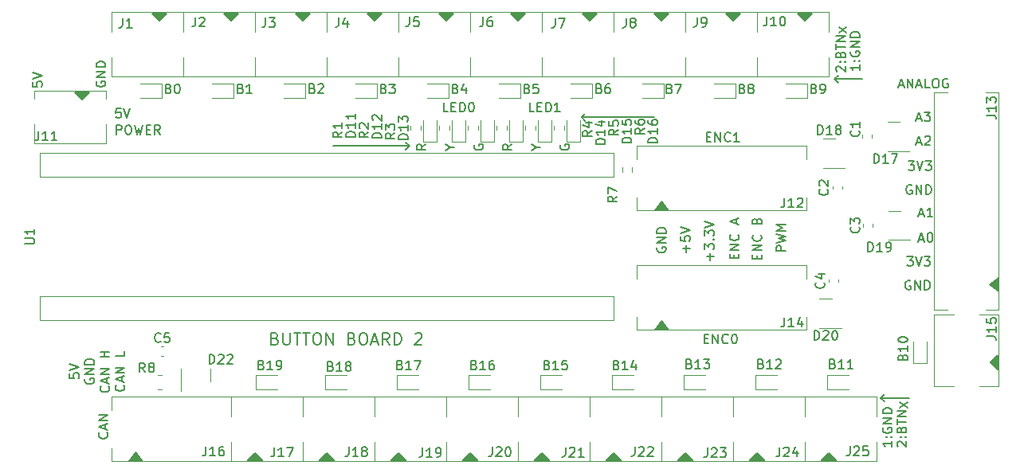
<source format=gbr>
%TF.GenerationSoftware,KiCad,Pcbnew,6.0.7-f9a2dced07~116~ubuntu20.04.1*%
%TF.CreationDate,2022-12-18T15:13:05-08:00*%
%TF.ProjectId,ButtonBd2,42757474-6f6e-4426-9432-2e6b69636164,rev?*%
%TF.SameCoordinates,Original*%
%TF.FileFunction,Legend,Top*%
%TF.FilePolarity,Positive*%
%FSLAX46Y46*%
G04 Gerber Fmt 4.6, Leading zero omitted, Abs format (unit mm)*
G04 Created by KiCad (PCBNEW 6.0.7-f9a2dced07~116~ubuntu20.04.1) date 2022-12-18 15:13:05*
%MOMM*%
%LPD*%
G01*
G04 APERTURE LIST*
%ADD10C,0.150000*%
%ADD11C,0.203200*%
%ADD12C,0.120000*%
%ADD13C,0.200000*%
G04 APERTURE END LIST*
D10*
X109601000Y-68580000D02*
X109982000Y-68961000D01*
X136461500Y-64516000D02*
X136842500Y-64135000D01*
X144367250Y-98425000D02*
X141382750Y-98425000D01*
X91313000Y-71628000D02*
X90932000Y-72009000D01*
X136461500Y-64516000D02*
X136842500Y-64897000D01*
X117348000Y-68580000D02*
X109601000Y-68580000D01*
X109601000Y-68580000D02*
X109982000Y-68199000D01*
X139446000Y-64516000D02*
X136461500Y-64516000D01*
X91313000Y-71628000D02*
X90932000Y-71247000D01*
X83185000Y-71628000D02*
X91313000Y-71628000D01*
X141382750Y-98425000D02*
X141763750Y-98044000D01*
X141382750Y-98425000D02*
X141763750Y-98806000D01*
X139136380Y-63021595D02*
X139136380Y-63593023D01*
X139136380Y-63307309D02*
X138136380Y-63307309D01*
X138279238Y-63402547D01*
X138374476Y-63497785D01*
X138422095Y-63593023D01*
X139041142Y-62593023D02*
X139088761Y-62545404D01*
X139136380Y-62593023D01*
X139088761Y-62640642D01*
X139041142Y-62593023D01*
X139136380Y-62593023D01*
X138517333Y-62593023D02*
X138564952Y-62545404D01*
X138612571Y-62593023D01*
X138564952Y-62640642D01*
X138517333Y-62593023D01*
X138612571Y-62593023D01*
X138184000Y-61593023D02*
X138136380Y-61688261D01*
X138136380Y-61831119D01*
X138184000Y-61973976D01*
X138279238Y-62069214D01*
X138374476Y-62116833D01*
X138564952Y-62164452D01*
X138707809Y-62164452D01*
X138898285Y-62116833D01*
X138993523Y-62069214D01*
X139088761Y-61973976D01*
X139136380Y-61831119D01*
X139136380Y-61735880D01*
X139088761Y-61593023D01*
X139041142Y-61545404D01*
X138707809Y-61545404D01*
X138707809Y-61735880D01*
X139136380Y-61116833D02*
X138136380Y-61116833D01*
X139136380Y-60545404D01*
X138136380Y-60545404D01*
X139136380Y-60069214D02*
X138136380Y-60069214D01*
X138136380Y-59831119D01*
X138184000Y-59688261D01*
X138279238Y-59593023D01*
X138374476Y-59545404D01*
X138564952Y-59497785D01*
X138707809Y-59497785D01*
X138898285Y-59545404D01*
X138993523Y-59593023D01*
X139088761Y-59688261D01*
X139136380Y-59831119D01*
X139136380Y-60069214D01*
X128198571Y-83653047D02*
X128198571Y-83319714D01*
X128722380Y-83176857D02*
X128722380Y-83653047D01*
X127722380Y-83653047D01*
X127722380Y-83176857D01*
X128722380Y-82748285D02*
X127722380Y-82748285D01*
X128722380Y-82176857D01*
X127722380Y-82176857D01*
X128627142Y-81129238D02*
X128674761Y-81176857D01*
X128722380Y-81319714D01*
X128722380Y-81414952D01*
X128674761Y-81557809D01*
X128579523Y-81653047D01*
X128484285Y-81700666D01*
X128293809Y-81748285D01*
X128150952Y-81748285D01*
X127960476Y-81700666D01*
X127865238Y-81653047D01*
X127770000Y-81557809D01*
X127722380Y-81414952D01*
X127722380Y-81319714D01*
X127770000Y-81176857D01*
X127817619Y-81129238D01*
X128198571Y-79605428D02*
X128246190Y-79462571D01*
X128293809Y-79414952D01*
X128389047Y-79367333D01*
X128531904Y-79367333D01*
X128627142Y-79414952D01*
X128674761Y-79462571D01*
X128722380Y-79557809D01*
X128722380Y-79938761D01*
X127722380Y-79938761D01*
X127722380Y-79605428D01*
X127770000Y-79510190D01*
X127817619Y-79462571D01*
X127912857Y-79414952D01*
X128008095Y-79414952D01*
X128103333Y-79462571D01*
X128150952Y-79510190D01*
X128198571Y-79605428D01*
X128198571Y-79938761D01*
X95607190Y-71755000D02*
X96083380Y-71755000D01*
X95083380Y-72088333D02*
X95607190Y-71755000D01*
X95083380Y-71421666D01*
X104544952Y-68016380D02*
X104068761Y-68016380D01*
X104068761Y-67016380D01*
X104878285Y-67492571D02*
X105211619Y-67492571D01*
X105354476Y-68016380D02*
X104878285Y-68016380D01*
X104878285Y-67016380D01*
X105354476Y-67016380D01*
X105783047Y-68016380D02*
X105783047Y-67016380D01*
X106021142Y-67016380D01*
X106164000Y-67064000D01*
X106259238Y-67159238D01*
X106306857Y-67254476D01*
X106354476Y-67444952D01*
X106354476Y-67587809D01*
X106306857Y-67778285D01*
X106259238Y-67873523D01*
X106164000Y-67968761D01*
X106021142Y-68016380D01*
X105783047Y-68016380D01*
X107306857Y-68016380D02*
X106735428Y-68016380D01*
X107021142Y-68016380D02*
X107021142Y-67016380D01*
X106925904Y-67159238D01*
X106830666Y-67254476D01*
X106735428Y-67302095D01*
X144303904Y-73239380D02*
X144922952Y-73239380D01*
X144589619Y-73620333D01*
X144732476Y-73620333D01*
X144827714Y-73667952D01*
X144875333Y-73715571D01*
X144922952Y-73810809D01*
X144922952Y-74048904D01*
X144875333Y-74144142D01*
X144827714Y-74191761D01*
X144732476Y-74239380D01*
X144446761Y-74239380D01*
X144351523Y-74191761D01*
X144303904Y-74144142D01*
X145208666Y-73239380D02*
X145542000Y-74239380D01*
X145875333Y-73239380D01*
X146113428Y-73239380D02*
X146732476Y-73239380D01*
X146399142Y-73620333D01*
X146542000Y-73620333D01*
X146637238Y-73667952D01*
X146684857Y-73715571D01*
X146732476Y-73810809D01*
X146732476Y-74048904D01*
X146684857Y-74144142D01*
X146637238Y-74191761D01*
X146542000Y-74239380D01*
X146256285Y-74239380D01*
X146161047Y-74191761D01*
X146113428Y-74144142D01*
X145462714Y-78906666D02*
X145938904Y-78906666D01*
X145367476Y-79192380D02*
X145700809Y-78192380D01*
X146034142Y-79192380D01*
X146891285Y-79192380D02*
X146319857Y-79192380D01*
X146605571Y-79192380D02*
X146605571Y-78192380D01*
X146510333Y-78335238D01*
X146415095Y-78430476D01*
X146319857Y-78478095D01*
X117610000Y-82422904D02*
X117562380Y-82518142D01*
X117562380Y-82661000D01*
X117610000Y-82803857D01*
X117705238Y-82899095D01*
X117800476Y-82946714D01*
X117990952Y-82994333D01*
X118133809Y-82994333D01*
X118324285Y-82946714D01*
X118419523Y-82899095D01*
X118514761Y-82803857D01*
X118562380Y-82661000D01*
X118562380Y-82565761D01*
X118514761Y-82422904D01*
X118467142Y-82375285D01*
X118133809Y-82375285D01*
X118133809Y-82565761D01*
X118562380Y-81946714D02*
X117562380Y-81946714D01*
X118562380Y-81375285D01*
X117562380Y-81375285D01*
X118562380Y-80899095D02*
X117562380Y-80899095D01*
X117562380Y-80661000D01*
X117610000Y-80518142D01*
X117705238Y-80422904D01*
X117800476Y-80375285D01*
X117990952Y-80327666D01*
X118133809Y-80327666D01*
X118324285Y-80375285D01*
X118419523Y-80422904D01*
X118514761Y-80518142D01*
X118562380Y-80661000D01*
X118562380Y-80899095D01*
X58047000Y-64769904D02*
X57999380Y-64865142D01*
X57999380Y-65008000D01*
X58047000Y-65150857D01*
X58142238Y-65246095D01*
X58237476Y-65293714D01*
X58427952Y-65341333D01*
X58570809Y-65341333D01*
X58761285Y-65293714D01*
X58856523Y-65246095D01*
X58951761Y-65150857D01*
X58999380Y-65008000D01*
X58999380Y-64912761D01*
X58951761Y-64769904D01*
X58904142Y-64722285D01*
X58570809Y-64722285D01*
X58570809Y-64912761D01*
X58999380Y-64293714D02*
X57999380Y-64293714D01*
X58999380Y-63722285D01*
X57999380Y-63722285D01*
X58999380Y-63246095D02*
X57999380Y-63246095D01*
X57999380Y-63008000D01*
X58047000Y-62865142D01*
X58142238Y-62769904D01*
X58237476Y-62722285D01*
X58427952Y-62674666D01*
X58570809Y-62674666D01*
X58761285Y-62722285D01*
X58856523Y-62769904D01*
X58951761Y-62865142D01*
X58999380Y-63008000D01*
X58999380Y-63246095D01*
X142565380Y-103026595D02*
X142565380Y-103598023D01*
X142565380Y-103312309D02*
X141565380Y-103312309D01*
X141708238Y-103407547D01*
X141803476Y-103502785D01*
X141851095Y-103598023D01*
X142470142Y-102598023D02*
X142517761Y-102550404D01*
X142565380Y-102598023D01*
X142517761Y-102645642D01*
X142470142Y-102598023D01*
X142565380Y-102598023D01*
X141946333Y-102598023D02*
X141993952Y-102550404D01*
X142041571Y-102598023D01*
X141993952Y-102645642D01*
X141946333Y-102598023D01*
X142041571Y-102598023D01*
X141613000Y-101598023D02*
X141565380Y-101693261D01*
X141565380Y-101836119D01*
X141613000Y-101978976D01*
X141708238Y-102074214D01*
X141803476Y-102121833D01*
X141993952Y-102169452D01*
X142136809Y-102169452D01*
X142327285Y-102121833D01*
X142422523Y-102074214D01*
X142517761Y-101978976D01*
X142565380Y-101836119D01*
X142565380Y-101740880D01*
X142517761Y-101598023D01*
X142470142Y-101550404D01*
X142136809Y-101550404D01*
X142136809Y-101740880D01*
X142565380Y-101121833D02*
X141565380Y-101121833D01*
X142565380Y-100550404D01*
X141565380Y-100550404D01*
X142565380Y-100074214D02*
X141565380Y-100074214D01*
X141565380Y-99836119D01*
X141613000Y-99693261D01*
X141708238Y-99598023D01*
X141803476Y-99550404D01*
X141993952Y-99502785D01*
X142136809Y-99502785D01*
X142327285Y-99550404D01*
X142422523Y-99598023D01*
X142517761Y-99693261D01*
X142565380Y-99836119D01*
X142565380Y-100074214D01*
X123261428Y-83788000D02*
X123261428Y-83026095D01*
X123642380Y-83407047D02*
X122880476Y-83407047D01*
X122642380Y-82645142D02*
X122642380Y-82026095D01*
X123023333Y-82359428D01*
X123023333Y-82216571D01*
X123070952Y-82121333D01*
X123118571Y-82073714D01*
X123213809Y-82026095D01*
X123451904Y-82026095D01*
X123547142Y-82073714D01*
X123594761Y-82121333D01*
X123642380Y-82216571D01*
X123642380Y-82502285D01*
X123594761Y-82597523D01*
X123547142Y-82645142D01*
X123547142Y-81597523D02*
X123594761Y-81549904D01*
X123642380Y-81597523D01*
X123594761Y-81645142D01*
X123547142Y-81597523D01*
X123642380Y-81597523D01*
X122642380Y-81216571D02*
X122642380Y-80597523D01*
X123023333Y-80930857D01*
X123023333Y-80788000D01*
X123070952Y-80692761D01*
X123118571Y-80645142D01*
X123213809Y-80597523D01*
X123451904Y-80597523D01*
X123547142Y-80645142D01*
X123594761Y-80692761D01*
X123642380Y-80788000D01*
X123642380Y-81073714D01*
X123594761Y-81168952D01*
X123547142Y-81216571D01*
X122642380Y-80311809D02*
X123642380Y-79978476D01*
X122642380Y-79645142D01*
X93035380Y-71445476D02*
X92559190Y-71778809D01*
X93035380Y-72016904D02*
X92035380Y-72016904D01*
X92035380Y-71635952D01*
X92083000Y-71540714D01*
X92130619Y-71493095D01*
X92225857Y-71445476D01*
X92368714Y-71445476D01*
X92463952Y-71493095D01*
X92511571Y-71540714D01*
X92559190Y-71635952D01*
X92559190Y-72016904D01*
X102179380Y-71445476D02*
X101703190Y-71778809D01*
X102179380Y-72016904D02*
X101179380Y-72016904D01*
X101179380Y-71635952D01*
X101227000Y-71540714D01*
X101274619Y-71493095D01*
X101369857Y-71445476D01*
X101512714Y-71445476D01*
X101607952Y-71493095D01*
X101655571Y-71540714D01*
X101703190Y-71635952D01*
X101703190Y-72016904D01*
D11*
X77022476Y-92111285D02*
X77203904Y-92171761D01*
X77264380Y-92232238D01*
X77324857Y-92353190D01*
X77324857Y-92534619D01*
X77264380Y-92655571D01*
X77203904Y-92716047D01*
X77082952Y-92776523D01*
X76599142Y-92776523D01*
X76599142Y-91506523D01*
X77022476Y-91506523D01*
X77143428Y-91567000D01*
X77203904Y-91627476D01*
X77264380Y-91748428D01*
X77264380Y-91869380D01*
X77203904Y-91990333D01*
X77143428Y-92050809D01*
X77022476Y-92111285D01*
X76599142Y-92111285D01*
X77869142Y-91506523D02*
X77869142Y-92534619D01*
X77929619Y-92655571D01*
X77990095Y-92716047D01*
X78111047Y-92776523D01*
X78352952Y-92776523D01*
X78473904Y-92716047D01*
X78534380Y-92655571D01*
X78594857Y-92534619D01*
X78594857Y-91506523D01*
X79018190Y-91506523D02*
X79743904Y-91506523D01*
X79381047Y-92776523D02*
X79381047Y-91506523D01*
X79985809Y-91506523D02*
X80711523Y-91506523D01*
X80348666Y-92776523D02*
X80348666Y-91506523D01*
X81376761Y-91506523D02*
X81618666Y-91506523D01*
X81739619Y-91567000D01*
X81860571Y-91687952D01*
X81921047Y-91929857D01*
X81921047Y-92353190D01*
X81860571Y-92595095D01*
X81739619Y-92716047D01*
X81618666Y-92776523D01*
X81376761Y-92776523D01*
X81255809Y-92716047D01*
X81134857Y-92595095D01*
X81074380Y-92353190D01*
X81074380Y-91929857D01*
X81134857Y-91687952D01*
X81255809Y-91567000D01*
X81376761Y-91506523D01*
X82465333Y-92776523D02*
X82465333Y-91506523D01*
X83191047Y-92776523D01*
X83191047Y-91506523D01*
X85186761Y-92111285D02*
X85368190Y-92171761D01*
X85428666Y-92232238D01*
X85489142Y-92353190D01*
X85489142Y-92534619D01*
X85428666Y-92655571D01*
X85368190Y-92716047D01*
X85247238Y-92776523D01*
X84763428Y-92776523D01*
X84763428Y-91506523D01*
X85186761Y-91506523D01*
X85307714Y-91567000D01*
X85368190Y-91627476D01*
X85428666Y-91748428D01*
X85428666Y-91869380D01*
X85368190Y-91990333D01*
X85307714Y-92050809D01*
X85186761Y-92111285D01*
X84763428Y-92111285D01*
X86275333Y-91506523D02*
X86517238Y-91506523D01*
X86638190Y-91567000D01*
X86759142Y-91687952D01*
X86819619Y-91929857D01*
X86819619Y-92353190D01*
X86759142Y-92595095D01*
X86638190Y-92716047D01*
X86517238Y-92776523D01*
X86275333Y-92776523D01*
X86154380Y-92716047D01*
X86033428Y-92595095D01*
X85972952Y-92353190D01*
X85972952Y-91929857D01*
X86033428Y-91687952D01*
X86154380Y-91567000D01*
X86275333Y-91506523D01*
X87303428Y-92413666D02*
X87908190Y-92413666D01*
X87182476Y-92776523D02*
X87605809Y-91506523D01*
X88029142Y-92776523D01*
X89178190Y-92776523D02*
X88754857Y-92171761D01*
X88452476Y-92776523D02*
X88452476Y-91506523D01*
X88936285Y-91506523D01*
X89057238Y-91567000D01*
X89117714Y-91627476D01*
X89178190Y-91748428D01*
X89178190Y-91929857D01*
X89117714Y-92050809D01*
X89057238Y-92111285D01*
X88936285Y-92171761D01*
X88452476Y-92171761D01*
X89722476Y-92776523D02*
X89722476Y-91506523D01*
X90024857Y-91506523D01*
X90206285Y-91567000D01*
X90327238Y-91687952D01*
X90387714Y-91808904D01*
X90448190Y-92050809D01*
X90448190Y-92232238D01*
X90387714Y-92474142D01*
X90327238Y-92595095D01*
X90206285Y-92716047D01*
X90024857Y-92776523D01*
X89722476Y-92776523D01*
X91899619Y-91627476D02*
X91960095Y-91567000D01*
X92081047Y-91506523D01*
X92383428Y-91506523D01*
X92504380Y-91567000D01*
X92564857Y-91627476D01*
X92625333Y-91748428D01*
X92625333Y-91869380D01*
X92564857Y-92050809D01*
X91839142Y-92776523D01*
X92625333Y-92776523D01*
D10*
X145208714Y-71286666D02*
X145684904Y-71286666D01*
X145113476Y-71572380D02*
X145446809Y-70572380D01*
X145780142Y-71572380D01*
X146065857Y-70667619D02*
X146113476Y-70620000D01*
X146208714Y-70572380D01*
X146446809Y-70572380D01*
X146542047Y-70620000D01*
X146589666Y-70667619D01*
X146637285Y-70762857D01*
X146637285Y-70858095D01*
X146589666Y-71000952D01*
X146018238Y-71572380D01*
X146637285Y-71572380D01*
X60628785Y-67651380D02*
X60152595Y-67651380D01*
X60104976Y-68127571D01*
X60152595Y-68079952D01*
X60247833Y-68032333D01*
X60485928Y-68032333D01*
X60581166Y-68079952D01*
X60628785Y-68127571D01*
X60676404Y-68222809D01*
X60676404Y-68460904D01*
X60628785Y-68556142D01*
X60581166Y-68603761D01*
X60485928Y-68651380D01*
X60247833Y-68651380D01*
X60152595Y-68603761D01*
X60104976Y-68556142D01*
X60962119Y-67651380D02*
X61295452Y-68651380D01*
X61628785Y-67651380D01*
X125785571Y-83581619D02*
X125785571Y-83248285D01*
X126309380Y-83105428D02*
X126309380Y-83581619D01*
X125309380Y-83581619D01*
X125309380Y-83105428D01*
X126309380Y-82676857D02*
X125309380Y-82676857D01*
X126309380Y-82105428D01*
X125309380Y-82105428D01*
X126214142Y-81057809D02*
X126261761Y-81105428D01*
X126309380Y-81248285D01*
X126309380Y-81343523D01*
X126261761Y-81486380D01*
X126166523Y-81581619D01*
X126071285Y-81629238D01*
X125880809Y-81676857D01*
X125737952Y-81676857D01*
X125547476Y-81629238D01*
X125452238Y-81581619D01*
X125357000Y-81486380D01*
X125309380Y-81343523D01*
X125309380Y-81248285D01*
X125357000Y-81105428D01*
X125404619Y-81057809D01*
X126023666Y-79914952D02*
X126023666Y-79438761D01*
X126309380Y-80010190D02*
X125309380Y-79676857D01*
X126309380Y-79343523D01*
X55203380Y-95821476D02*
X55203380Y-96297666D01*
X55679571Y-96345285D01*
X55631952Y-96297666D01*
X55584333Y-96202428D01*
X55584333Y-95964333D01*
X55631952Y-95869095D01*
X55679571Y-95821476D01*
X55774809Y-95773857D01*
X56012904Y-95773857D01*
X56108142Y-95821476D01*
X56155761Y-95869095D01*
X56203380Y-95964333D01*
X56203380Y-96202428D01*
X56155761Y-96297666D01*
X56108142Y-96345285D01*
X55203380Y-95488142D02*
X56203380Y-95154809D01*
X55203380Y-94821476D01*
X56861000Y-96392904D02*
X56813380Y-96488142D01*
X56813380Y-96631000D01*
X56861000Y-96773857D01*
X56956238Y-96869095D01*
X57051476Y-96916714D01*
X57241952Y-96964333D01*
X57384809Y-96964333D01*
X57575285Y-96916714D01*
X57670523Y-96869095D01*
X57765761Y-96773857D01*
X57813380Y-96631000D01*
X57813380Y-96535761D01*
X57765761Y-96392904D01*
X57718142Y-96345285D01*
X57384809Y-96345285D01*
X57384809Y-96535761D01*
X57813380Y-95916714D02*
X56813380Y-95916714D01*
X57813380Y-95345285D01*
X56813380Y-95345285D01*
X57813380Y-94869095D02*
X56813380Y-94869095D01*
X56813380Y-94631000D01*
X56861000Y-94488142D01*
X56956238Y-94392904D01*
X57051476Y-94345285D01*
X57241952Y-94297666D01*
X57384809Y-94297666D01*
X57575285Y-94345285D01*
X57670523Y-94392904D01*
X57765761Y-94488142D01*
X57813380Y-94631000D01*
X57813380Y-94869095D01*
X59328142Y-97178619D02*
X59375761Y-97226238D01*
X59423380Y-97369095D01*
X59423380Y-97464333D01*
X59375761Y-97607190D01*
X59280523Y-97702428D01*
X59185285Y-97750047D01*
X58994809Y-97797666D01*
X58851952Y-97797666D01*
X58661476Y-97750047D01*
X58566238Y-97702428D01*
X58471000Y-97607190D01*
X58423380Y-97464333D01*
X58423380Y-97369095D01*
X58471000Y-97226238D01*
X58518619Y-97178619D01*
X59137666Y-96797666D02*
X59137666Y-96321476D01*
X59423380Y-96892904D02*
X58423380Y-96559571D01*
X59423380Y-96226238D01*
X59423380Y-95892904D02*
X58423380Y-95892904D01*
X59423380Y-95321476D01*
X58423380Y-95321476D01*
X59423380Y-94083380D02*
X58423380Y-94083380D01*
X58899571Y-94083380D02*
X58899571Y-93511952D01*
X59423380Y-93511952D02*
X58423380Y-93511952D01*
X60938142Y-97059571D02*
X60985761Y-97107190D01*
X61033380Y-97250047D01*
X61033380Y-97345285D01*
X60985761Y-97488142D01*
X60890523Y-97583380D01*
X60795285Y-97631000D01*
X60604809Y-97678619D01*
X60461952Y-97678619D01*
X60271476Y-97631000D01*
X60176238Y-97583380D01*
X60081000Y-97488142D01*
X60033380Y-97345285D01*
X60033380Y-97250047D01*
X60081000Y-97107190D01*
X60128619Y-97059571D01*
X60747666Y-96678619D02*
X60747666Y-96202428D01*
X61033380Y-96773857D02*
X60033380Y-96440523D01*
X61033380Y-96107190D01*
X61033380Y-95773857D02*
X60033380Y-95773857D01*
X61033380Y-95202428D01*
X60033380Y-95202428D01*
X61033380Y-93488142D02*
X61033380Y-93964333D01*
X60033380Y-93964333D01*
X131262380Y-82811761D02*
X130262380Y-82811761D01*
X130262380Y-82430809D01*
X130310000Y-82335571D01*
X130357619Y-82287952D01*
X130452857Y-82240333D01*
X130595714Y-82240333D01*
X130690952Y-82287952D01*
X130738571Y-82335571D01*
X130786190Y-82430809D01*
X130786190Y-82811761D01*
X130262380Y-81907000D02*
X131262380Y-81668904D01*
X130548095Y-81478428D01*
X131262380Y-81287952D01*
X130262380Y-81049857D01*
X131262380Y-80668904D02*
X130262380Y-80668904D01*
X130976666Y-80335571D01*
X130262380Y-80002238D01*
X131262380Y-80002238D01*
X95400952Y-68016380D02*
X94924761Y-68016380D01*
X94924761Y-67016380D01*
X95734285Y-67492571D02*
X96067619Y-67492571D01*
X96210476Y-68016380D02*
X95734285Y-68016380D01*
X95734285Y-67016380D01*
X96210476Y-67016380D01*
X96639047Y-68016380D02*
X96639047Y-67016380D01*
X96877142Y-67016380D01*
X97020000Y-67064000D01*
X97115238Y-67159238D01*
X97162857Y-67254476D01*
X97210476Y-67444952D01*
X97210476Y-67587809D01*
X97162857Y-67778285D01*
X97115238Y-67873523D01*
X97020000Y-67968761D01*
X96877142Y-68016380D01*
X96639047Y-68016380D01*
X97829523Y-67016380D02*
X97924761Y-67016380D01*
X98020000Y-67064000D01*
X98067619Y-67111619D01*
X98115238Y-67206857D01*
X98162857Y-67397333D01*
X98162857Y-67635428D01*
X98115238Y-67825904D01*
X98067619Y-67921142D01*
X98020000Y-67968761D01*
X97924761Y-68016380D01*
X97829523Y-68016380D01*
X97734285Y-67968761D01*
X97686666Y-67921142D01*
X97639047Y-67825904D01*
X97591428Y-67635428D01*
X97591428Y-67397333D01*
X97639047Y-67206857D01*
X97686666Y-67111619D01*
X97734285Y-67064000D01*
X97829523Y-67016380D01*
X104751190Y-71755000D02*
X105227380Y-71755000D01*
X104227380Y-72088333D02*
X104751190Y-71755000D01*
X104227380Y-71421666D01*
X120721428Y-82946714D02*
X120721428Y-82184809D01*
X121102380Y-82565761D02*
X120340476Y-82565761D01*
X120102380Y-81232428D02*
X120102380Y-81708619D01*
X120578571Y-81756238D01*
X120530952Y-81708619D01*
X120483333Y-81613380D01*
X120483333Y-81375285D01*
X120530952Y-81280047D01*
X120578571Y-81232428D01*
X120673809Y-81184809D01*
X120911904Y-81184809D01*
X121007142Y-81232428D01*
X121054761Y-81280047D01*
X121102380Y-81375285D01*
X121102380Y-81613380D01*
X121054761Y-81708619D01*
X121007142Y-81756238D01*
X120102380Y-80899095D02*
X121102380Y-80565761D01*
X120102380Y-80232428D01*
X144526095Y-85987000D02*
X144430857Y-85939380D01*
X144288000Y-85939380D01*
X144145142Y-85987000D01*
X144049904Y-86082238D01*
X144002285Y-86177476D01*
X143954666Y-86367952D01*
X143954666Y-86510809D01*
X144002285Y-86701285D01*
X144049904Y-86796523D01*
X144145142Y-86891761D01*
X144288000Y-86939380D01*
X144383238Y-86939380D01*
X144526095Y-86891761D01*
X144573714Y-86844142D01*
X144573714Y-86510809D01*
X144383238Y-86510809D01*
X145002285Y-86939380D02*
X145002285Y-85939380D01*
X145573714Y-86939380D01*
X145573714Y-85939380D01*
X146049904Y-86939380D02*
X146049904Y-85939380D01*
X146288000Y-85939380D01*
X146430857Y-85987000D01*
X146526095Y-86082238D01*
X146573714Y-86177476D01*
X146621333Y-86367952D01*
X146621333Y-86510809D01*
X146573714Y-86701285D01*
X146526095Y-86796523D01*
X146430857Y-86891761D01*
X146288000Y-86939380D01*
X146049904Y-86939380D01*
X136707619Y-63720023D02*
X136660000Y-63672404D01*
X136612380Y-63577166D01*
X136612380Y-63339071D01*
X136660000Y-63243833D01*
X136707619Y-63196214D01*
X136802857Y-63148595D01*
X136898095Y-63148595D01*
X137040952Y-63196214D01*
X137612380Y-63767642D01*
X137612380Y-63148595D01*
X137517142Y-62720023D02*
X137564761Y-62672404D01*
X137612380Y-62720023D01*
X137564761Y-62767642D01*
X137517142Y-62720023D01*
X137612380Y-62720023D01*
X136993333Y-62720023D02*
X137040952Y-62672404D01*
X137088571Y-62720023D01*
X137040952Y-62767642D01*
X136993333Y-62720023D01*
X137088571Y-62720023D01*
X137088571Y-61910500D02*
X137136190Y-61767642D01*
X137183809Y-61720023D01*
X137279047Y-61672404D01*
X137421904Y-61672404D01*
X137517142Y-61720023D01*
X137564761Y-61767642D01*
X137612380Y-61862880D01*
X137612380Y-62243833D01*
X136612380Y-62243833D01*
X136612380Y-61910500D01*
X136660000Y-61815261D01*
X136707619Y-61767642D01*
X136802857Y-61720023D01*
X136898095Y-61720023D01*
X136993333Y-61767642D01*
X137040952Y-61815261D01*
X137088571Y-61910500D01*
X137088571Y-62243833D01*
X136612380Y-61386690D02*
X136612380Y-60815261D01*
X137612380Y-61100976D02*
X136612380Y-61100976D01*
X137612380Y-60481928D02*
X136612380Y-60481928D01*
X137612380Y-59910500D01*
X136612380Y-59910500D01*
X136921904Y-59558119D02*
X137721904Y-59024785D01*
X136921904Y-59024785D02*
X137721904Y-59558119D01*
X51268380Y-64833476D02*
X51268380Y-65309666D01*
X51744571Y-65357285D01*
X51696952Y-65309666D01*
X51649333Y-65214428D01*
X51649333Y-64976333D01*
X51696952Y-64881095D01*
X51744571Y-64833476D01*
X51839809Y-64785857D01*
X52077904Y-64785857D01*
X52173142Y-64833476D01*
X52220761Y-64881095D01*
X52268380Y-64976333D01*
X52268380Y-65214428D01*
X52220761Y-65309666D01*
X52173142Y-65357285D01*
X51268380Y-64500142D02*
X52268380Y-64166809D01*
X51268380Y-63833476D01*
X144176904Y-83399380D02*
X144795952Y-83399380D01*
X144462619Y-83780333D01*
X144605476Y-83780333D01*
X144700714Y-83827952D01*
X144748333Y-83875571D01*
X144795952Y-83970809D01*
X144795952Y-84208904D01*
X144748333Y-84304142D01*
X144700714Y-84351761D01*
X144605476Y-84399380D01*
X144319761Y-84399380D01*
X144224523Y-84351761D01*
X144176904Y-84304142D01*
X145081666Y-83399380D02*
X145415000Y-84399380D01*
X145748333Y-83399380D01*
X145986428Y-83399380D02*
X146605476Y-83399380D01*
X146272142Y-83780333D01*
X146415000Y-83780333D01*
X146510238Y-83827952D01*
X146557857Y-83875571D01*
X146605476Y-83970809D01*
X146605476Y-84208904D01*
X146557857Y-84304142D01*
X146510238Y-84351761D01*
X146415000Y-84399380D01*
X146129285Y-84399380D01*
X146034047Y-84351761D01*
X145986428Y-84304142D01*
X145462714Y-81573666D02*
X145938904Y-81573666D01*
X145367476Y-81859380D02*
X145700809Y-80859380D01*
X146034142Y-81859380D01*
X146557952Y-80859380D02*
X146653190Y-80859380D01*
X146748428Y-80907000D01*
X146796047Y-80954619D01*
X146843666Y-81049857D01*
X146891285Y-81240333D01*
X146891285Y-81478428D01*
X146843666Y-81668904D01*
X146796047Y-81764142D01*
X146748428Y-81811761D01*
X146653190Y-81859380D01*
X146557952Y-81859380D01*
X146462714Y-81811761D01*
X146415095Y-81764142D01*
X146367476Y-81668904D01*
X146319857Y-81478428D01*
X146319857Y-81240333D01*
X146367476Y-81049857D01*
X146415095Y-80954619D01*
X146462714Y-80907000D01*
X146557952Y-80859380D01*
X145208714Y-68746666D02*
X145684904Y-68746666D01*
X145113476Y-69032380D02*
X145446809Y-68032380D01*
X145780142Y-69032380D01*
X146018238Y-68032380D02*
X146637285Y-68032380D01*
X146303952Y-68413333D01*
X146446809Y-68413333D01*
X146542047Y-68460952D01*
X146589666Y-68508571D01*
X146637285Y-68603809D01*
X146637285Y-68841904D01*
X146589666Y-68937142D01*
X146542047Y-68984761D01*
X146446809Y-69032380D01*
X146161095Y-69032380D01*
X146065857Y-68984761D01*
X146018238Y-68937142D01*
X144653095Y-75827000D02*
X144557857Y-75779380D01*
X144415000Y-75779380D01*
X144272142Y-75827000D01*
X144176904Y-75922238D01*
X144129285Y-76017476D01*
X144081666Y-76207952D01*
X144081666Y-76350809D01*
X144129285Y-76541285D01*
X144176904Y-76636523D01*
X144272142Y-76731761D01*
X144415000Y-76779380D01*
X144510238Y-76779380D01*
X144653095Y-76731761D01*
X144700714Y-76684142D01*
X144700714Y-76350809D01*
X144510238Y-76350809D01*
X145129285Y-76779380D02*
X145129285Y-75779380D01*
X145700714Y-76779380D01*
X145700714Y-75779380D01*
X146176904Y-76779380D02*
X146176904Y-75779380D01*
X146415000Y-75779380D01*
X146557857Y-75827000D01*
X146653095Y-75922238D01*
X146700714Y-76017476D01*
X146748333Y-76207952D01*
X146748333Y-76350809D01*
X146700714Y-76541285D01*
X146653095Y-76636523D01*
X146557857Y-76731761D01*
X146415000Y-76779380D01*
X146176904Y-76779380D01*
X98179000Y-71493095D02*
X98131380Y-71588333D01*
X98131380Y-71731190D01*
X98179000Y-71874047D01*
X98274238Y-71969285D01*
X98369476Y-72016904D01*
X98559952Y-72064523D01*
X98702809Y-72064523D01*
X98893285Y-72016904D01*
X98988523Y-71969285D01*
X99083761Y-71874047D01*
X99131380Y-71731190D01*
X99131380Y-71635952D01*
X99083761Y-71493095D01*
X99036142Y-71445476D01*
X98702809Y-71445476D01*
X98702809Y-71635952D01*
X107323000Y-71493095D02*
X107275380Y-71588333D01*
X107275380Y-71731190D01*
X107323000Y-71874047D01*
X107418238Y-71969285D01*
X107513476Y-72016904D01*
X107703952Y-72064523D01*
X107846809Y-72064523D01*
X108037285Y-72016904D01*
X108132523Y-71969285D01*
X108227761Y-71874047D01*
X108275380Y-71731190D01*
X108275380Y-71635952D01*
X108227761Y-71493095D01*
X108180142Y-71445476D01*
X107846809Y-71445476D01*
X107846809Y-71635952D01*
X143184619Y-103598023D02*
X143137000Y-103550404D01*
X143089380Y-103455166D01*
X143089380Y-103217071D01*
X143137000Y-103121833D01*
X143184619Y-103074214D01*
X143279857Y-103026595D01*
X143375095Y-103026595D01*
X143517952Y-103074214D01*
X144089380Y-103645642D01*
X144089380Y-103026595D01*
X143994142Y-102598023D02*
X144041761Y-102550404D01*
X144089380Y-102598023D01*
X144041761Y-102645642D01*
X143994142Y-102598023D01*
X144089380Y-102598023D01*
X143470333Y-102598023D02*
X143517952Y-102550404D01*
X143565571Y-102598023D01*
X143517952Y-102645642D01*
X143470333Y-102598023D01*
X143565571Y-102598023D01*
X143565571Y-101788500D02*
X143613190Y-101645642D01*
X143660809Y-101598023D01*
X143756047Y-101550404D01*
X143898904Y-101550404D01*
X143994142Y-101598023D01*
X144041761Y-101645642D01*
X144089380Y-101740880D01*
X144089380Y-102121833D01*
X143089380Y-102121833D01*
X143089380Y-101788500D01*
X143137000Y-101693261D01*
X143184619Y-101645642D01*
X143279857Y-101598023D01*
X143375095Y-101598023D01*
X143470333Y-101645642D01*
X143517952Y-101693261D01*
X143565571Y-101788500D01*
X143565571Y-102121833D01*
X143089380Y-101264690D02*
X143089380Y-100693261D01*
X144089380Y-100978976D02*
X143089380Y-100978976D01*
X144089380Y-100359928D02*
X143089380Y-100359928D01*
X144089380Y-99788500D01*
X143089380Y-99788500D01*
X143398904Y-99436119D02*
X144198904Y-98902785D01*
X143398904Y-98902785D02*
X144198904Y-99436119D01*
%TO.C,J22*%
X115243076Y-103617780D02*
X115243076Y-104332066D01*
X115195457Y-104474923D01*
X115100219Y-104570161D01*
X114957361Y-104617780D01*
X114862123Y-104617780D01*
X115671647Y-103713019D02*
X115719266Y-103665400D01*
X115814504Y-103617780D01*
X116052600Y-103617780D01*
X116147838Y-103665400D01*
X116195457Y-103713019D01*
X116243076Y-103808257D01*
X116243076Y-103903495D01*
X116195457Y-104046352D01*
X115624028Y-104617780D01*
X116243076Y-104617780D01*
X116624028Y-103713019D02*
X116671647Y-103665400D01*
X116766885Y-103617780D01*
X117004980Y-103617780D01*
X117100219Y-103665400D01*
X117147838Y-103713019D01*
X117195457Y-103808257D01*
X117195457Y-103903495D01*
X117147838Y-104046352D01*
X116576409Y-104617780D01*
X117195457Y-104617780D01*
X113292047Y-94924571D02*
X113434904Y-94972190D01*
X113482523Y-95019809D01*
X113530142Y-95115047D01*
X113530142Y-95257904D01*
X113482523Y-95353142D01*
X113434904Y-95400761D01*
X113339666Y-95448380D01*
X112958714Y-95448380D01*
X112958714Y-94448380D01*
X113292047Y-94448380D01*
X113387285Y-94496000D01*
X113434904Y-94543619D01*
X113482523Y-94638857D01*
X113482523Y-94734095D01*
X113434904Y-94829333D01*
X113387285Y-94876952D01*
X113292047Y-94924571D01*
X112958714Y-94924571D01*
X114482523Y-95448380D02*
X113911095Y-95448380D01*
X114196809Y-95448380D02*
X114196809Y-94448380D01*
X114101571Y-94591238D01*
X114006333Y-94686476D01*
X113911095Y-94734095D01*
X115339666Y-94781714D02*
X115339666Y-95448380D01*
X115101571Y-94400761D02*
X114863476Y-95115047D01*
X115482523Y-95115047D01*
%TO.C,R2*%
X86939380Y-70143666D02*
X86463190Y-70477000D01*
X86939380Y-70715095D02*
X85939380Y-70715095D01*
X85939380Y-70334142D01*
X85987000Y-70238904D01*
X86034619Y-70191285D01*
X86129857Y-70143666D01*
X86272714Y-70143666D01*
X86367952Y-70191285D01*
X86415571Y-70238904D01*
X86463190Y-70334142D01*
X86463190Y-70715095D01*
X86034619Y-69762714D02*
X85987000Y-69715095D01*
X85939380Y-69619857D01*
X85939380Y-69381761D01*
X85987000Y-69286523D01*
X86034619Y-69238904D01*
X86129857Y-69191285D01*
X86225095Y-69191285D01*
X86367952Y-69238904D01*
X86939380Y-69810333D01*
X86939380Y-69191285D01*
%TO.C,J24*%
X130635476Y-103668580D02*
X130635476Y-104382866D01*
X130587857Y-104525723D01*
X130492619Y-104620961D01*
X130349761Y-104668580D01*
X130254523Y-104668580D01*
X131064047Y-103763819D02*
X131111666Y-103716200D01*
X131206904Y-103668580D01*
X131445000Y-103668580D01*
X131540238Y-103716200D01*
X131587857Y-103763819D01*
X131635476Y-103859057D01*
X131635476Y-103954295D01*
X131587857Y-104097152D01*
X131016428Y-104668580D01*
X131635476Y-104668580D01*
X132492619Y-104001914D02*
X132492619Y-104668580D01*
X132254523Y-103620961D02*
X132016428Y-104335247D01*
X132635476Y-104335247D01*
X128659047Y-94797571D02*
X128801904Y-94845190D01*
X128849523Y-94892809D01*
X128897142Y-94988047D01*
X128897142Y-95130904D01*
X128849523Y-95226142D01*
X128801904Y-95273761D01*
X128706666Y-95321380D01*
X128325714Y-95321380D01*
X128325714Y-94321380D01*
X128659047Y-94321380D01*
X128754285Y-94369000D01*
X128801904Y-94416619D01*
X128849523Y-94511857D01*
X128849523Y-94607095D01*
X128801904Y-94702333D01*
X128754285Y-94749952D01*
X128659047Y-94797571D01*
X128325714Y-94797571D01*
X129849523Y-95321380D02*
X129278095Y-95321380D01*
X129563809Y-95321380D02*
X129563809Y-94321380D01*
X129468571Y-94464238D01*
X129373333Y-94559476D01*
X129278095Y-94607095D01*
X130230476Y-94416619D02*
X130278095Y-94369000D01*
X130373333Y-94321380D01*
X130611428Y-94321380D01*
X130706666Y-94369000D01*
X130754285Y-94416619D01*
X130801904Y-94511857D01*
X130801904Y-94607095D01*
X130754285Y-94749952D01*
X130182857Y-95321380D01*
X130801904Y-95321380D01*
%TO.C,C4*%
X135325142Y-86145666D02*
X135372761Y-86193285D01*
X135420380Y-86336142D01*
X135420380Y-86431380D01*
X135372761Y-86574238D01*
X135277523Y-86669476D01*
X135182285Y-86717095D01*
X134991809Y-86764714D01*
X134848952Y-86764714D01*
X134658476Y-86717095D01*
X134563238Y-86669476D01*
X134468000Y-86574238D01*
X134420380Y-86431380D01*
X134420380Y-86336142D01*
X134468000Y-86193285D01*
X134515619Y-86145666D01*
X134753714Y-85288523D02*
X135420380Y-85288523D01*
X134372761Y-85526619D02*
X135087047Y-85764714D01*
X135087047Y-85145666D01*
%TO.C,J13*%
X152614380Y-68373523D02*
X153328666Y-68373523D01*
X153471523Y-68421142D01*
X153566761Y-68516380D01*
X153614380Y-68659238D01*
X153614380Y-68754476D01*
X153614380Y-67373523D02*
X153614380Y-67944952D01*
X153614380Y-67659238D02*
X152614380Y-67659238D01*
X152757238Y-67754476D01*
X152852476Y-67849714D01*
X152900095Y-67944952D01*
X152614380Y-67040190D02*
X152614380Y-66421142D01*
X152995333Y-66754476D01*
X152995333Y-66611619D01*
X153042952Y-66516380D01*
X153090571Y-66468761D01*
X153185809Y-66421142D01*
X153423904Y-66421142D01*
X153519142Y-66468761D01*
X153566761Y-66516380D01*
X153614380Y-66611619D01*
X153614380Y-66897333D01*
X153566761Y-66992571D01*
X153519142Y-67040190D01*
X143303952Y-65190666D02*
X143780142Y-65190666D01*
X143208714Y-65476380D02*
X143542047Y-64476380D01*
X143875380Y-65476380D01*
X144208714Y-65476380D02*
X144208714Y-64476380D01*
X144780142Y-65476380D01*
X144780142Y-64476380D01*
X145208714Y-65190666D02*
X145684904Y-65190666D01*
X145113476Y-65476380D02*
X145446809Y-64476380D01*
X145780142Y-65476380D01*
X146589666Y-65476380D02*
X146113476Y-65476380D01*
X146113476Y-64476380D01*
X147113476Y-64476380D02*
X147303952Y-64476380D01*
X147399190Y-64524000D01*
X147494428Y-64619238D01*
X147542047Y-64809714D01*
X147542047Y-65143047D01*
X147494428Y-65333523D01*
X147399190Y-65428761D01*
X147303952Y-65476380D01*
X147113476Y-65476380D01*
X147018238Y-65428761D01*
X146923000Y-65333523D01*
X146875380Y-65143047D01*
X146875380Y-64809714D01*
X146923000Y-64619238D01*
X147018238Y-64524000D01*
X147113476Y-64476380D01*
X148494428Y-64524000D02*
X148399190Y-64476380D01*
X148256333Y-64476380D01*
X148113476Y-64524000D01*
X148018238Y-64619238D01*
X147970619Y-64714476D01*
X147923000Y-64904952D01*
X147923000Y-65047809D01*
X147970619Y-65238285D01*
X148018238Y-65333523D01*
X148113476Y-65428761D01*
X148256333Y-65476380D01*
X148351571Y-65476380D01*
X148494428Y-65428761D01*
X148542047Y-65381142D01*
X148542047Y-65047809D01*
X148351571Y-65047809D01*
%TO.C,D11*%
X85542380Y-70683285D02*
X84542380Y-70683285D01*
X84542380Y-70445190D01*
X84590000Y-70302333D01*
X84685238Y-70207095D01*
X84780476Y-70159476D01*
X84970952Y-70111857D01*
X85113809Y-70111857D01*
X85304285Y-70159476D01*
X85399523Y-70207095D01*
X85494761Y-70302333D01*
X85542380Y-70445190D01*
X85542380Y-70683285D01*
X85542380Y-69159476D02*
X85542380Y-69730904D01*
X85542380Y-69445190D02*
X84542380Y-69445190D01*
X84685238Y-69540428D01*
X84780476Y-69635666D01*
X84828095Y-69730904D01*
X85542380Y-68207095D02*
X85542380Y-68778523D01*
X85542380Y-68492809D02*
X84542380Y-68492809D01*
X84685238Y-68588047D01*
X84780476Y-68683285D01*
X84828095Y-68778523D01*
%TO.C,J6*%
X99133066Y-57923180D02*
X99133066Y-58637466D01*
X99085447Y-58780323D01*
X98990209Y-58875561D01*
X98847352Y-58923180D01*
X98752114Y-58923180D01*
X100037828Y-57923180D02*
X99847352Y-57923180D01*
X99752114Y-57970800D01*
X99704495Y-58018419D01*
X99609257Y-58161276D01*
X99561638Y-58351752D01*
X99561638Y-58732704D01*
X99609257Y-58827942D01*
X99656876Y-58875561D01*
X99752114Y-58923180D01*
X99942590Y-58923180D01*
X100037828Y-58875561D01*
X100085447Y-58827942D01*
X100133066Y-58732704D01*
X100133066Y-58494609D01*
X100085447Y-58399371D01*
X100037828Y-58351752D01*
X99942590Y-58304133D01*
X99752114Y-58304133D01*
X99656876Y-58351752D01*
X99609257Y-58399371D01*
X99561638Y-58494609D01*
X103811438Y-65536771D02*
X103954295Y-65584390D01*
X104001914Y-65632009D01*
X104049533Y-65727247D01*
X104049533Y-65870104D01*
X104001914Y-65965342D01*
X103954295Y-66012961D01*
X103859057Y-66060580D01*
X103478104Y-66060580D01*
X103478104Y-65060580D01*
X103811438Y-65060580D01*
X103906676Y-65108200D01*
X103954295Y-65155819D01*
X104001914Y-65251057D01*
X104001914Y-65346295D01*
X103954295Y-65441533D01*
X103906676Y-65489152D01*
X103811438Y-65536771D01*
X103478104Y-65536771D01*
X104954295Y-65060580D02*
X104478104Y-65060580D01*
X104430485Y-65536771D01*
X104478104Y-65489152D01*
X104573342Y-65441533D01*
X104811438Y-65441533D01*
X104906676Y-65489152D01*
X104954295Y-65536771D01*
X105001914Y-65632009D01*
X105001914Y-65870104D01*
X104954295Y-65965342D01*
X104906676Y-66012961D01*
X104811438Y-66060580D01*
X104573342Y-66060580D01*
X104478104Y-66012961D01*
X104430485Y-65965342D01*
%TO.C,D16*%
X117647980Y-71318285D02*
X116647980Y-71318285D01*
X116647980Y-71080190D01*
X116695600Y-70937333D01*
X116790838Y-70842095D01*
X116886076Y-70794476D01*
X117076552Y-70746857D01*
X117219409Y-70746857D01*
X117409885Y-70794476D01*
X117505123Y-70842095D01*
X117600361Y-70937333D01*
X117647980Y-71080190D01*
X117647980Y-71318285D01*
X117647980Y-69794476D02*
X117647980Y-70365904D01*
X117647980Y-70080190D02*
X116647980Y-70080190D01*
X116790838Y-70175428D01*
X116886076Y-70270666D01*
X116933695Y-70365904D01*
X116647980Y-68937333D02*
X116647980Y-69127809D01*
X116695600Y-69223047D01*
X116743219Y-69270666D01*
X116886076Y-69365904D01*
X117076552Y-69413523D01*
X117457504Y-69413523D01*
X117552742Y-69365904D01*
X117600361Y-69318285D01*
X117647980Y-69223047D01*
X117647980Y-69032571D01*
X117600361Y-68937333D01*
X117552742Y-68889714D01*
X117457504Y-68842095D01*
X117219409Y-68842095D01*
X117124171Y-68889714D01*
X117076552Y-68937333D01*
X117028933Y-69032571D01*
X117028933Y-69223047D01*
X117076552Y-69318285D01*
X117124171Y-69365904D01*
X117219409Y-69413523D01*
%TO.C,D15*%
X114879380Y-71318285D02*
X113879380Y-71318285D01*
X113879380Y-71080190D01*
X113927000Y-70937333D01*
X114022238Y-70842095D01*
X114117476Y-70794476D01*
X114307952Y-70746857D01*
X114450809Y-70746857D01*
X114641285Y-70794476D01*
X114736523Y-70842095D01*
X114831761Y-70937333D01*
X114879380Y-71080190D01*
X114879380Y-71318285D01*
X114879380Y-69794476D02*
X114879380Y-70365904D01*
X114879380Y-70080190D02*
X113879380Y-70080190D01*
X114022238Y-70175428D01*
X114117476Y-70270666D01*
X114165095Y-70365904D01*
X113879380Y-68889714D02*
X113879380Y-69365904D01*
X114355571Y-69413523D01*
X114307952Y-69365904D01*
X114260333Y-69270666D01*
X114260333Y-69032571D01*
X114307952Y-68937333D01*
X114355571Y-68889714D01*
X114450809Y-68842095D01*
X114688904Y-68842095D01*
X114784142Y-68889714D01*
X114831761Y-68937333D01*
X114879380Y-69032571D01*
X114879380Y-69270666D01*
X114831761Y-69365904D01*
X114784142Y-69413523D01*
%TO.C,C1*%
X139041142Y-70016666D02*
X139088761Y-70064285D01*
X139136380Y-70207142D01*
X139136380Y-70302380D01*
X139088761Y-70445238D01*
X138993523Y-70540476D01*
X138898285Y-70588095D01*
X138707809Y-70635714D01*
X138564952Y-70635714D01*
X138374476Y-70588095D01*
X138279238Y-70540476D01*
X138184000Y-70445238D01*
X138136380Y-70302380D01*
X138136380Y-70207142D01*
X138184000Y-70064285D01*
X138231619Y-70016666D01*
X139136380Y-69064285D02*
X139136380Y-69635714D01*
X139136380Y-69350000D02*
X138136380Y-69350000D01*
X138279238Y-69445238D01*
X138374476Y-69540476D01*
X138422095Y-69635714D01*
%TO.C,J16*%
X69675476Y-103592380D02*
X69675476Y-104306666D01*
X69627857Y-104449523D01*
X69532619Y-104544761D01*
X69389761Y-104592380D01*
X69294523Y-104592380D01*
X70675476Y-104592380D02*
X70104047Y-104592380D01*
X70389761Y-104592380D02*
X70389761Y-103592380D01*
X70294523Y-103735238D01*
X70199285Y-103830476D01*
X70104047Y-103878095D01*
X71532619Y-103592380D02*
X71342142Y-103592380D01*
X71246904Y-103640000D01*
X71199285Y-103687619D01*
X71104047Y-103830476D01*
X71056428Y-104020952D01*
X71056428Y-104401904D01*
X71104047Y-104497142D01*
X71151666Y-104544761D01*
X71246904Y-104592380D01*
X71437380Y-104592380D01*
X71532619Y-104544761D01*
X71580238Y-104497142D01*
X71627857Y-104401904D01*
X71627857Y-104163809D01*
X71580238Y-104068571D01*
X71532619Y-104020952D01*
X71437380Y-103973333D01*
X71246904Y-103973333D01*
X71151666Y-104020952D01*
X71104047Y-104068571D01*
X71056428Y-104163809D01*
X59158142Y-102115857D02*
X59205761Y-102163476D01*
X59253380Y-102306333D01*
X59253380Y-102401571D01*
X59205761Y-102544428D01*
X59110523Y-102639666D01*
X59015285Y-102687285D01*
X58824809Y-102734904D01*
X58681952Y-102734904D01*
X58491476Y-102687285D01*
X58396238Y-102639666D01*
X58301000Y-102544428D01*
X58253380Y-102401571D01*
X58253380Y-102306333D01*
X58301000Y-102163476D01*
X58348619Y-102115857D01*
X58967666Y-101734904D02*
X58967666Y-101258714D01*
X59253380Y-101830142D02*
X58253380Y-101496809D01*
X59253380Y-101163476D01*
X59253380Y-100830142D02*
X58253380Y-100830142D01*
X59253380Y-100258714D01*
X58253380Y-100258714D01*
%TO.C,D13*%
X91130380Y-70937285D02*
X90130380Y-70937285D01*
X90130380Y-70699190D01*
X90178000Y-70556333D01*
X90273238Y-70461095D01*
X90368476Y-70413476D01*
X90558952Y-70365857D01*
X90701809Y-70365857D01*
X90892285Y-70413476D01*
X90987523Y-70461095D01*
X91082761Y-70556333D01*
X91130380Y-70699190D01*
X91130380Y-70937285D01*
X91130380Y-69413476D02*
X91130380Y-69984904D01*
X91130380Y-69699190D02*
X90130380Y-69699190D01*
X90273238Y-69794428D01*
X90368476Y-69889666D01*
X90416095Y-69984904D01*
X90130380Y-69080142D02*
X90130380Y-68461095D01*
X90511333Y-68794428D01*
X90511333Y-68651571D01*
X90558952Y-68556333D01*
X90606571Y-68508714D01*
X90701809Y-68461095D01*
X90939904Y-68461095D01*
X91035142Y-68508714D01*
X91082761Y-68556333D01*
X91130380Y-68651571D01*
X91130380Y-68937285D01*
X91082761Y-69032523D01*
X91035142Y-69080142D01*
%TO.C,C3*%
X139041142Y-80242666D02*
X139088761Y-80290285D01*
X139136380Y-80433142D01*
X139136380Y-80528380D01*
X139088761Y-80671238D01*
X138993523Y-80766476D01*
X138898285Y-80814095D01*
X138707809Y-80861714D01*
X138564952Y-80861714D01*
X138374476Y-80814095D01*
X138279238Y-80766476D01*
X138184000Y-80671238D01*
X138136380Y-80528380D01*
X138136380Y-80433142D01*
X138184000Y-80290285D01*
X138231619Y-80242666D01*
X138136380Y-79909333D02*
X138136380Y-79290285D01*
X138517333Y-79623619D01*
X138517333Y-79480761D01*
X138564952Y-79385523D01*
X138612571Y-79337904D01*
X138707809Y-79290285D01*
X138945904Y-79290285D01*
X139041142Y-79337904D01*
X139088761Y-79385523D01*
X139136380Y-79480761D01*
X139136380Y-79766476D01*
X139088761Y-79861714D01*
X139041142Y-79909333D01*
%TO.C,J3*%
X75993666Y-58024780D02*
X75993666Y-58739066D01*
X75946047Y-58881923D01*
X75850809Y-58977161D01*
X75707952Y-59024780D01*
X75612714Y-59024780D01*
X76374619Y-58024780D02*
X76993666Y-58024780D01*
X76660333Y-58405733D01*
X76803190Y-58405733D01*
X76898428Y-58453352D01*
X76946047Y-58500971D01*
X76993666Y-58596209D01*
X76993666Y-58834304D01*
X76946047Y-58929542D01*
X76898428Y-58977161D01*
X76803190Y-59024780D01*
X76517476Y-59024780D01*
X76422238Y-58977161D01*
X76374619Y-58929542D01*
X80976838Y-65511371D02*
X81119695Y-65558990D01*
X81167314Y-65606609D01*
X81214933Y-65701847D01*
X81214933Y-65844704D01*
X81167314Y-65939942D01*
X81119695Y-65987561D01*
X81024457Y-66035180D01*
X80643504Y-66035180D01*
X80643504Y-65035180D01*
X80976838Y-65035180D01*
X81072076Y-65082800D01*
X81119695Y-65130419D01*
X81167314Y-65225657D01*
X81167314Y-65320895D01*
X81119695Y-65416133D01*
X81072076Y-65463752D01*
X80976838Y-65511371D01*
X80643504Y-65511371D01*
X81595885Y-65130419D02*
X81643504Y-65082800D01*
X81738742Y-65035180D01*
X81976838Y-65035180D01*
X82072076Y-65082800D01*
X82119695Y-65130419D01*
X82167314Y-65225657D01*
X82167314Y-65320895D01*
X82119695Y-65463752D01*
X81548266Y-66035180D01*
X82167314Y-66035180D01*
%TO.C,J15*%
X152614380Y-91868523D02*
X153328666Y-91868523D01*
X153471523Y-91916142D01*
X153566761Y-92011380D01*
X153614380Y-92154238D01*
X153614380Y-92249476D01*
X153614380Y-90868523D02*
X153614380Y-91439952D01*
X153614380Y-91154238D02*
X152614380Y-91154238D01*
X152757238Y-91249476D01*
X152852476Y-91344714D01*
X152900095Y-91439952D01*
X152614380Y-89963761D02*
X152614380Y-90439952D01*
X153090571Y-90487571D01*
X153042952Y-90439952D01*
X152995333Y-90344714D01*
X152995333Y-90106619D01*
X153042952Y-90011380D01*
X153090571Y-89963761D01*
X153185809Y-89916142D01*
X153423904Y-89916142D01*
X153519142Y-89963761D01*
X153566761Y-90011380D01*
X153614380Y-90106619D01*
X153614380Y-90344714D01*
X153566761Y-90439952D01*
X153519142Y-90487571D01*
X143692571Y-94098952D02*
X143740190Y-93956095D01*
X143787809Y-93908476D01*
X143883047Y-93860857D01*
X144025904Y-93860857D01*
X144121142Y-93908476D01*
X144168761Y-93956095D01*
X144216380Y-94051333D01*
X144216380Y-94432285D01*
X143216380Y-94432285D01*
X143216380Y-94098952D01*
X143264000Y-94003714D01*
X143311619Y-93956095D01*
X143406857Y-93908476D01*
X143502095Y-93908476D01*
X143597333Y-93956095D01*
X143644952Y-94003714D01*
X143692571Y-94098952D01*
X143692571Y-94432285D01*
X144216380Y-92908476D02*
X144216380Y-93479904D01*
X144216380Y-93194190D02*
X143216380Y-93194190D01*
X143359238Y-93289428D01*
X143454476Y-93384666D01*
X143502095Y-93479904D01*
X143216380Y-92289428D02*
X143216380Y-92194190D01*
X143264000Y-92098952D01*
X143311619Y-92051333D01*
X143406857Y-92003714D01*
X143597333Y-91956095D01*
X143835428Y-91956095D01*
X144025904Y-92003714D01*
X144121142Y-92051333D01*
X144168761Y-92098952D01*
X144216380Y-92194190D01*
X144216380Y-92289428D01*
X144168761Y-92384666D01*
X144121142Y-92432285D01*
X144025904Y-92479904D01*
X143835428Y-92527523D01*
X143597333Y-92527523D01*
X143406857Y-92479904D01*
X143311619Y-92432285D01*
X143264000Y-92384666D01*
X143216380Y-92289428D01*
%TO.C,D20*%
X134294714Y-92260380D02*
X134294714Y-91260380D01*
X134532809Y-91260380D01*
X134675666Y-91308000D01*
X134770904Y-91403238D01*
X134818523Y-91498476D01*
X134866142Y-91688952D01*
X134866142Y-91831809D01*
X134818523Y-92022285D01*
X134770904Y-92117523D01*
X134675666Y-92212761D01*
X134532809Y-92260380D01*
X134294714Y-92260380D01*
X135247095Y-91355619D02*
X135294714Y-91308000D01*
X135389952Y-91260380D01*
X135628047Y-91260380D01*
X135723285Y-91308000D01*
X135770904Y-91355619D01*
X135818523Y-91450857D01*
X135818523Y-91546095D01*
X135770904Y-91688952D01*
X135199476Y-92260380D01*
X135818523Y-92260380D01*
X136437571Y-91260380D02*
X136532809Y-91260380D01*
X136628047Y-91308000D01*
X136675666Y-91355619D01*
X136723285Y-91450857D01*
X136770904Y-91641333D01*
X136770904Y-91879428D01*
X136723285Y-92069904D01*
X136675666Y-92165142D01*
X136628047Y-92212761D01*
X136532809Y-92260380D01*
X136437571Y-92260380D01*
X136342333Y-92212761D01*
X136294714Y-92165142D01*
X136247095Y-92069904D01*
X136199476Y-91879428D01*
X136199476Y-91641333D01*
X136247095Y-91450857D01*
X136294714Y-91355619D01*
X136342333Y-91308000D01*
X136437571Y-91260380D01*
%TO.C,J12*%
X131143476Y-77176380D02*
X131143476Y-77890666D01*
X131095857Y-78033523D01*
X131000619Y-78128761D01*
X130857761Y-78176380D01*
X130762523Y-78176380D01*
X132143476Y-78176380D02*
X131572047Y-78176380D01*
X131857761Y-78176380D02*
X131857761Y-77176380D01*
X131762523Y-77319238D01*
X131667285Y-77414476D01*
X131572047Y-77462095D01*
X132524428Y-77271619D02*
X132572047Y-77224000D01*
X132667285Y-77176380D01*
X132905380Y-77176380D01*
X133000619Y-77224000D01*
X133048238Y-77271619D01*
X133095857Y-77366857D01*
X133095857Y-77462095D01*
X133048238Y-77604952D01*
X132476809Y-78176380D01*
X133095857Y-78176380D01*
X122872714Y-70667571D02*
X123206047Y-70667571D01*
X123348904Y-71191380D02*
X122872714Y-71191380D01*
X122872714Y-70191380D01*
X123348904Y-70191380D01*
X123777476Y-71191380D02*
X123777476Y-70191380D01*
X124348904Y-71191380D01*
X124348904Y-70191380D01*
X125396523Y-71096142D02*
X125348904Y-71143761D01*
X125206047Y-71191380D01*
X125110809Y-71191380D01*
X124967952Y-71143761D01*
X124872714Y-71048523D01*
X124825095Y-70953285D01*
X124777476Y-70762809D01*
X124777476Y-70619952D01*
X124825095Y-70429476D01*
X124872714Y-70334238D01*
X124967952Y-70239000D01*
X125110809Y-70191380D01*
X125206047Y-70191380D01*
X125348904Y-70239000D01*
X125396523Y-70286619D01*
X126348904Y-71191380D02*
X125777476Y-71191380D01*
X126063190Y-71191380D02*
X126063190Y-70191380D01*
X125967952Y-70334238D01*
X125872714Y-70429476D01*
X125777476Y-70477095D01*
%TO.C,J2*%
X68551466Y-57948580D02*
X68551466Y-58662866D01*
X68503847Y-58805723D01*
X68408609Y-58900961D01*
X68265752Y-58948580D01*
X68170514Y-58948580D01*
X68980038Y-58043819D02*
X69027657Y-57996200D01*
X69122895Y-57948580D01*
X69360990Y-57948580D01*
X69456228Y-57996200D01*
X69503847Y-58043819D01*
X69551466Y-58139057D01*
X69551466Y-58234295D01*
X69503847Y-58377152D01*
X68932419Y-58948580D01*
X69551466Y-58948580D01*
X73356838Y-65536771D02*
X73499695Y-65584390D01*
X73547314Y-65632009D01*
X73594933Y-65727247D01*
X73594933Y-65870104D01*
X73547314Y-65965342D01*
X73499695Y-66012961D01*
X73404457Y-66060580D01*
X73023504Y-66060580D01*
X73023504Y-65060580D01*
X73356838Y-65060580D01*
X73452076Y-65108200D01*
X73499695Y-65155819D01*
X73547314Y-65251057D01*
X73547314Y-65346295D01*
X73499695Y-65441533D01*
X73452076Y-65489152D01*
X73356838Y-65536771D01*
X73023504Y-65536771D01*
X74547314Y-66060580D02*
X73975885Y-66060580D01*
X74261600Y-66060580D02*
X74261600Y-65060580D01*
X74166361Y-65203438D01*
X74071123Y-65298676D01*
X73975885Y-65346295D01*
%TO.C,D14*%
X112085380Y-71445285D02*
X111085380Y-71445285D01*
X111085380Y-71207190D01*
X111133000Y-71064333D01*
X111228238Y-70969095D01*
X111323476Y-70921476D01*
X111513952Y-70873857D01*
X111656809Y-70873857D01*
X111847285Y-70921476D01*
X111942523Y-70969095D01*
X112037761Y-71064333D01*
X112085380Y-71207190D01*
X112085380Y-71445285D01*
X112085380Y-69921476D02*
X112085380Y-70492904D01*
X112085380Y-70207190D02*
X111085380Y-70207190D01*
X111228238Y-70302428D01*
X111323476Y-70397666D01*
X111371095Y-70492904D01*
X111418714Y-69064333D02*
X112085380Y-69064333D01*
X111037761Y-69302428D02*
X111752047Y-69540523D01*
X111752047Y-68921476D01*
%TO.C,J19*%
X92687876Y-103719380D02*
X92687876Y-104433666D01*
X92640257Y-104576523D01*
X92545019Y-104671761D01*
X92402161Y-104719380D01*
X92306923Y-104719380D01*
X93687876Y-104719380D02*
X93116447Y-104719380D01*
X93402161Y-104719380D02*
X93402161Y-103719380D01*
X93306923Y-103862238D01*
X93211685Y-103957476D01*
X93116447Y-104005095D01*
X94164066Y-104719380D02*
X94354542Y-104719380D01*
X94449780Y-104671761D01*
X94497400Y-104624142D01*
X94592638Y-104481285D01*
X94640257Y-104290809D01*
X94640257Y-103909857D01*
X94592638Y-103814619D01*
X94545019Y-103767000D01*
X94449780Y-103719380D01*
X94259304Y-103719380D01*
X94164066Y-103767000D01*
X94116447Y-103814619D01*
X94068828Y-103909857D01*
X94068828Y-104147952D01*
X94116447Y-104243190D01*
X94164066Y-104290809D01*
X94259304Y-104338428D01*
X94449780Y-104338428D01*
X94545019Y-104290809D01*
X94592638Y-104243190D01*
X94640257Y-104147952D01*
X90305047Y-94924571D02*
X90447904Y-94972190D01*
X90495523Y-95019809D01*
X90543142Y-95115047D01*
X90543142Y-95257904D01*
X90495523Y-95353142D01*
X90447904Y-95400761D01*
X90352666Y-95448380D01*
X89971714Y-95448380D01*
X89971714Y-94448380D01*
X90305047Y-94448380D01*
X90400285Y-94496000D01*
X90447904Y-94543619D01*
X90495523Y-94638857D01*
X90495523Y-94734095D01*
X90447904Y-94829333D01*
X90400285Y-94876952D01*
X90305047Y-94924571D01*
X89971714Y-94924571D01*
X91495523Y-95448380D02*
X90924095Y-95448380D01*
X91209809Y-95448380D02*
X91209809Y-94448380D01*
X91114571Y-94591238D01*
X91019333Y-94686476D01*
X90924095Y-94734095D01*
X91828857Y-94448380D02*
X92495523Y-94448380D01*
X92066952Y-95448380D01*
%TO.C,J14*%
X131143476Y-89876380D02*
X131143476Y-90590666D01*
X131095857Y-90733523D01*
X131000619Y-90828761D01*
X130857761Y-90876380D01*
X130762523Y-90876380D01*
X132143476Y-90876380D02*
X131572047Y-90876380D01*
X131857761Y-90876380D02*
X131857761Y-89876380D01*
X131762523Y-90019238D01*
X131667285Y-90114476D01*
X131572047Y-90162095D01*
X133000619Y-90209714D02*
X133000619Y-90876380D01*
X132762523Y-89828761D02*
X132524428Y-90543047D01*
X133143476Y-90543047D01*
X122618714Y-92130571D02*
X122952047Y-92130571D01*
X123094904Y-92654380D02*
X122618714Y-92654380D01*
X122618714Y-91654380D01*
X123094904Y-91654380D01*
X123523476Y-92654380D02*
X123523476Y-91654380D01*
X124094904Y-92654380D01*
X124094904Y-91654380D01*
X125142523Y-92559142D02*
X125094904Y-92606761D01*
X124952047Y-92654380D01*
X124856809Y-92654380D01*
X124713952Y-92606761D01*
X124618714Y-92511523D01*
X124571095Y-92416285D01*
X124523476Y-92225809D01*
X124523476Y-92082952D01*
X124571095Y-91892476D01*
X124618714Y-91797238D01*
X124713952Y-91702000D01*
X124856809Y-91654380D01*
X124952047Y-91654380D01*
X125094904Y-91702000D01*
X125142523Y-91749619D01*
X125761571Y-91654380D02*
X125856809Y-91654380D01*
X125952047Y-91702000D01*
X125999666Y-91749619D01*
X126047285Y-91844857D01*
X126094904Y-92035333D01*
X126094904Y-92273428D01*
X126047285Y-92463904D01*
X125999666Y-92559142D01*
X125952047Y-92606761D01*
X125856809Y-92654380D01*
X125761571Y-92654380D01*
X125666333Y-92606761D01*
X125618714Y-92559142D01*
X125571095Y-92463904D01*
X125523476Y-92273428D01*
X125523476Y-92035333D01*
X125571095Y-91844857D01*
X125618714Y-91749619D01*
X125666333Y-91702000D01*
X125761571Y-91654380D01*
%TO.C,D12*%
X88336380Y-70810285D02*
X87336380Y-70810285D01*
X87336380Y-70572190D01*
X87384000Y-70429333D01*
X87479238Y-70334095D01*
X87574476Y-70286476D01*
X87764952Y-70238857D01*
X87907809Y-70238857D01*
X88098285Y-70286476D01*
X88193523Y-70334095D01*
X88288761Y-70429333D01*
X88336380Y-70572190D01*
X88336380Y-70810285D01*
X88336380Y-69286476D02*
X88336380Y-69857904D01*
X88336380Y-69572190D02*
X87336380Y-69572190D01*
X87479238Y-69667428D01*
X87574476Y-69762666D01*
X87622095Y-69857904D01*
X87431619Y-68905523D02*
X87384000Y-68857904D01*
X87336380Y-68762666D01*
X87336380Y-68524571D01*
X87384000Y-68429333D01*
X87431619Y-68381714D01*
X87526857Y-68334095D01*
X87622095Y-68334095D01*
X87764952Y-68381714D01*
X88336380Y-68953142D01*
X88336380Y-68334095D01*
%TO.C,J18*%
X84839276Y-103643180D02*
X84839276Y-104357466D01*
X84791657Y-104500323D01*
X84696419Y-104595561D01*
X84553561Y-104643180D01*
X84458323Y-104643180D01*
X85839276Y-104643180D02*
X85267847Y-104643180D01*
X85553561Y-104643180D02*
X85553561Y-103643180D01*
X85458323Y-103786038D01*
X85363085Y-103881276D01*
X85267847Y-103928895D01*
X86410704Y-104071752D02*
X86315466Y-104024133D01*
X86267847Y-103976514D01*
X86220228Y-103881276D01*
X86220228Y-103833657D01*
X86267847Y-103738419D01*
X86315466Y-103690800D01*
X86410704Y-103643180D01*
X86601180Y-103643180D01*
X86696419Y-103690800D01*
X86744038Y-103738419D01*
X86791657Y-103833657D01*
X86791657Y-103881276D01*
X86744038Y-103976514D01*
X86696419Y-104024133D01*
X86601180Y-104071752D01*
X86410704Y-104071752D01*
X86315466Y-104119371D01*
X86267847Y-104166990D01*
X86220228Y-104262228D01*
X86220228Y-104452704D01*
X86267847Y-104547942D01*
X86315466Y-104595561D01*
X86410704Y-104643180D01*
X86601180Y-104643180D01*
X86696419Y-104595561D01*
X86744038Y-104547942D01*
X86791657Y-104452704D01*
X86791657Y-104262228D01*
X86744038Y-104166990D01*
X86696419Y-104119371D01*
X86601180Y-104071752D01*
X82939047Y-95051571D02*
X83081904Y-95099190D01*
X83129523Y-95146809D01*
X83177142Y-95242047D01*
X83177142Y-95384904D01*
X83129523Y-95480142D01*
X83081904Y-95527761D01*
X82986666Y-95575380D01*
X82605714Y-95575380D01*
X82605714Y-94575380D01*
X82939047Y-94575380D01*
X83034285Y-94623000D01*
X83081904Y-94670619D01*
X83129523Y-94765857D01*
X83129523Y-94861095D01*
X83081904Y-94956333D01*
X83034285Y-95003952D01*
X82939047Y-95051571D01*
X82605714Y-95051571D01*
X84129523Y-95575380D02*
X83558095Y-95575380D01*
X83843809Y-95575380D02*
X83843809Y-94575380D01*
X83748571Y-94718238D01*
X83653333Y-94813476D01*
X83558095Y-94861095D01*
X84700952Y-95003952D02*
X84605714Y-94956333D01*
X84558095Y-94908714D01*
X84510476Y-94813476D01*
X84510476Y-94765857D01*
X84558095Y-94670619D01*
X84605714Y-94623000D01*
X84700952Y-94575380D01*
X84891428Y-94575380D01*
X84986666Y-94623000D01*
X85034285Y-94670619D01*
X85081904Y-94765857D01*
X85081904Y-94813476D01*
X85034285Y-94908714D01*
X84986666Y-94956333D01*
X84891428Y-95003952D01*
X84700952Y-95003952D01*
X84605714Y-95051571D01*
X84558095Y-95099190D01*
X84510476Y-95194428D01*
X84510476Y-95384904D01*
X84558095Y-95480142D01*
X84605714Y-95527761D01*
X84700952Y-95575380D01*
X84891428Y-95575380D01*
X84986666Y-95527761D01*
X85034285Y-95480142D01*
X85081904Y-95384904D01*
X85081904Y-95194428D01*
X85034285Y-95099190D01*
X84986666Y-95051571D01*
X84891428Y-95003952D01*
%TO.C,J11*%
X51895476Y-70064380D02*
X51895476Y-70778666D01*
X51847857Y-70921523D01*
X51752619Y-71016761D01*
X51609761Y-71064380D01*
X51514523Y-71064380D01*
X52895476Y-71064380D02*
X52324047Y-71064380D01*
X52609761Y-71064380D02*
X52609761Y-70064380D01*
X52514523Y-70207238D01*
X52419285Y-70302476D01*
X52324047Y-70350095D01*
X53847857Y-71064380D02*
X53276428Y-71064380D01*
X53562142Y-71064380D02*
X53562142Y-70064380D01*
X53466904Y-70207238D01*
X53371666Y-70302476D01*
X53276428Y-70350095D01*
X60152595Y-70429380D02*
X60152595Y-69429380D01*
X60533547Y-69429380D01*
X60628785Y-69477000D01*
X60676404Y-69524619D01*
X60724023Y-69619857D01*
X60724023Y-69762714D01*
X60676404Y-69857952D01*
X60628785Y-69905571D01*
X60533547Y-69953190D01*
X60152595Y-69953190D01*
X61343071Y-69429380D02*
X61533547Y-69429380D01*
X61628785Y-69477000D01*
X61724023Y-69572238D01*
X61771642Y-69762714D01*
X61771642Y-70096047D01*
X61724023Y-70286523D01*
X61628785Y-70381761D01*
X61533547Y-70429380D01*
X61343071Y-70429380D01*
X61247833Y-70381761D01*
X61152595Y-70286523D01*
X61104976Y-70096047D01*
X61104976Y-69762714D01*
X61152595Y-69572238D01*
X61247833Y-69477000D01*
X61343071Y-69429380D01*
X62104976Y-69429380D02*
X62343071Y-70429380D01*
X62533547Y-69715095D01*
X62724023Y-70429380D01*
X62962119Y-69429380D01*
X63343071Y-69905571D02*
X63676404Y-69905571D01*
X63819261Y-70429380D02*
X63343071Y-70429380D01*
X63343071Y-69429380D01*
X63819261Y-69429380D01*
X64819261Y-70429380D02*
X64485928Y-69953190D01*
X64247833Y-70429380D02*
X64247833Y-69429380D01*
X64628785Y-69429380D01*
X64724023Y-69477000D01*
X64771642Y-69524619D01*
X64819261Y-69619857D01*
X64819261Y-69762714D01*
X64771642Y-69857952D01*
X64724023Y-69905571D01*
X64628785Y-69953190D01*
X64247833Y-69953190D01*
%TO.C,D17*%
X140644714Y-73477380D02*
X140644714Y-72477380D01*
X140882809Y-72477380D01*
X141025666Y-72525000D01*
X141120904Y-72620238D01*
X141168523Y-72715476D01*
X141216142Y-72905952D01*
X141216142Y-73048809D01*
X141168523Y-73239285D01*
X141120904Y-73334523D01*
X141025666Y-73429761D01*
X140882809Y-73477380D01*
X140644714Y-73477380D01*
X142168523Y-73477380D02*
X141597095Y-73477380D01*
X141882809Y-73477380D02*
X141882809Y-72477380D01*
X141787571Y-72620238D01*
X141692333Y-72715476D01*
X141597095Y-72763095D01*
X142501857Y-72477380D02*
X143168523Y-72477380D01*
X142739952Y-73477380D01*
%TO.C,R3*%
X89733380Y-70270666D02*
X89257190Y-70604000D01*
X89733380Y-70842095D02*
X88733380Y-70842095D01*
X88733380Y-70461142D01*
X88781000Y-70365904D01*
X88828619Y-70318285D01*
X88923857Y-70270666D01*
X89066714Y-70270666D01*
X89161952Y-70318285D01*
X89209571Y-70365904D01*
X89257190Y-70461142D01*
X89257190Y-70842095D01*
X88733380Y-69937333D02*
X88733380Y-69318285D01*
X89114333Y-69651619D01*
X89114333Y-69508761D01*
X89161952Y-69413523D01*
X89209571Y-69365904D01*
X89304809Y-69318285D01*
X89542904Y-69318285D01*
X89638142Y-69365904D01*
X89685761Y-69413523D01*
X89733380Y-69508761D01*
X89733380Y-69794476D01*
X89685761Y-69889714D01*
X89638142Y-69937333D01*
%TO.C,J4*%
X83791466Y-57999380D02*
X83791466Y-58713666D01*
X83743847Y-58856523D01*
X83648609Y-58951761D01*
X83505752Y-58999380D01*
X83410514Y-58999380D01*
X84696228Y-58332714D02*
X84696228Y-58999380D01*
X84458133Y-57951761D02*
X84220038Y-58666047D01*
X84839085Y-58666047D01*
X88571438Y-65536771D02*
X88714295Y-65584390D01*
X88761914Y-65632009D01*
X88809533Y-65727247D01*
X88809533Y-65870104D01*
X88761914Y-65965342D01*
X88714295Y-66012961D01*
X88619057Y-66060580D01*
X88238104Y-66060580D01*
X88238104Y-65060580D01*
X88571438Y-65060580D01*
X88666676Y-65108200D01*
X88714295Y-65155819D01*
X88761914Y-65251057D01*
X88761914Y-65346295D01*
X88714295Y-65441533D01*
X88666676Y-65489152D01*
X88571438Y-65536771D01*
X88238104Y-65536771D01*
X89142866Y-65060580D02*
X89761914Y-65060580D01*
X89428580Y-65441533D01*
X89571438Y-65441533D01*
X89666676Y-65489152D01*
X89714295Y-65536771D01*
X89761914Y-65632009D01*
X89761914Y-65870104D01*
X89714295Y-65965342D01*
X89666676Y-66012961D01*
X89571438Y-66060580D01*
X89285723Y-66060580D01*
X89190485Y-66012961D01*
X89142866Y-65965342D01*
%TO.C,R8*%
X63206333Y-95702380D02*
X62873000Y-95226190D01*
X62634904Y-95702380D02*
X62634904Y-94702380D01*
X63015857Y-94702380D01*
X63111095Y-94750000D01*
X63158714Y-94797619D01*
X63206333Y-94892857D01*
X63206333Y-95035714D01*
X63158714Y-95130952D01*
X63111095Y-95178571D01*
X63015857Y-95226190D01*
X62634904Y-95226190D01*
X63777761Y-95130952D02*
X63682523Y-95083333D01*
X63634904Y-95035714D01*
X63587285Y-94940476D01*
X63587285Y-94892857D01*
X63634904Y-94797619D01*
X63682523Y-94750000D01*
X63777761Y-94702380D01*
X63968238Y-94702380D01*
X64063476Y-94750000D01*
X64111095Y-94797619D01*
X64158714Y-94892857D01*
X64158714Y-94940476D01*
X64111095Y-95035714D01*
X64063476Y-95083333D01*
X63968238Y-95130952D01*
X63777761Y-95130952D01*
X63682523Y-95178571D01*
X63634904Y-95226190D01*
X63587285Y-95321428D01*
X63587285Y-95511904D01*
X63634904Y-95607142D01*
X63682523Y-95654761D01*
X63777761Y-95702380D01*
X63968238Y-95702380D01*
X64063476Y-95654761D01*
X64111095Y-95607142D01*
X64158714Y-95511904D01*
X64158714Y-95321428D01*
X64111095Y-95226190D01*
X64063476Y-95178571D01*
X63968238Y-95130952D01*
%TO.C,R7*%
X113355380Y-77001666D02*
X112879190Y-77335000D01*
X113355380Y-77573095D02*
X112355380Y-77573095D01*
X112355380Y-77192142D01*
X112403000Y-77096904D01*
X112450619Y-77049285D01*
X112545857Y-77001666D01*
X112688714Y-77001666D01*
X112783952Y-77049285D01*
X112831571Y-77096904D01*
X112879190Y-77192142D01*
X112879190Y-77573095D01*
X112355380Y-76668333D02*
X112355380Y-76001666D01*
X113355380Y-76430238D01*
%TO.C,J23*%
X122964676Y-103744780D02*
X122964676Y-104459066D01*
X122917057Y-104601923D01*
X122821819Y-104697161D01*
X122678961Y-104744780D01*
X122583723Y-104744780D01*
X123393247Y-103840019D02*
X123440866Y-103792400D01*
X123536104Y-103744780D01*
X123774200Y-103744780D01*
X123869438Y-103792400D01*
X123917057Y-103840019D01*
X123964676Y-103935257D01*
X123964676Y-104030495D01*
X123917057Y-104173352D01*
X123345628Y-104744780D01*
X123964676Y-104744780D01*
X124298009Y-103744780D02*
X124917057Y-103744780D01*
X124583723Y-104125733D01*
X124726580Y-104125733D01*
X124821819Y-104173352D01*
X124869438Y-104220971D01*
X124917057Y-104316209D01*
X124917057Y-104554304D01*
X124869438Y-104649542D01*
X124821819Y-104697161D01*
X124726580Y-104744780D01*
X124440866Y-104744780D01*
X124345628Y-104697161D01*
X124298009Y-104649542D01*
X121039047Y-94797571D02*
X121181904Y-94845190D01*
X121229523Y-94892809D01*
X121277142Y-94988047D01*
X121277142Y-95130904D01*
X121229523Y-95226142D01*
X121181904Y-95273761D01*
X121086666Y-95321380D01*
X120705714Y-95321380D01*
X120705714Y-94321380D01*
X121039047Y-94321380D01*
X121134285Y-94369000D01*
X121181904Y-94416619D01*
X121229523Y-94511857D01*
X121229523Y-94607095D01*
X121181904Y-94702333D01*
X121134285Y-94749952D01*
X121039047Y-94797571D01*
X120705714Y-94797571D01*
X122229523Y-95321380D02*
X121658095Y-95321380D01*
X121943809Y-95321380D02*
X121943809Y-94321380D01*
X121848571Y-94464238D01*
X121753333Y-94559476D01*
X121658095Y-94607095D01*
X122562857Y-94321380D02*
X123181904Y-94321380D01*
X122848571Y-94702333D01*
X122991428Y-94702333D01*
X123086666Y-94749952D01*
X123134285Y-94797571D01*
X123181904Y-94892809D01*
X123181904Y-95130904D01*
X123134285Y-95226142D01*
X123086666Y-95273761D01*
X122991428Y-95321380D01*
X122705714Y-95321380D01*
X122610476Y-95273761D01*
X122562857Y-95226142D01*
%TO.C,R4*%
X110713780Y-70016666D02*
X110237590Y-70350000D01*
X110713780Y-70588095D02*
X109713780Y-70588095D01*
X109713780Y-70207142D01*
X109761400Y-70111904D01*
X109809019Y-70064285D01*
X109904257Y-70016666D01*
X110047114Y-70016666D01*
X110142352Y-70064285D01*
X110189971Y-70111904D01*
X110237590Y-70207142D01*
X110237590Y-70588095D01*
X110047114Y-69159523D02*
X110713780Y-69159523D01*
X109666161Y-69397619D02*
X110380447Y-69635714D01*
X110380447Y-69016666D01*
%TO.C,R1*%
X84145380Y-70143666D02*
X83669190Y-70477000D01*
X84145380Y-70715095D02*
X83145380Y-70715095D01*
X83145380Y-70334142D01*
X83193000Y-70238904D01*
X83240619Y-70191285D01*
X83335857Y-70143666D01*
X83478714Y-70143666D01*
X83573952Y-70191285D01*
X83621571Y-70238904D01*
X83669190Y-70334142D01*
X83669190Y-70715095D01*
X84145380Y-69191285D02*
X84145380Y-69762714D01*
X84145380Y-69477000D02*
X83145380Y-69477000D01*
X83288238Y-69572238D01*
X83383476Y-69667476D01*
X83431095Y-69762714D01*
%TO.C,J20*%
X100104676Y-103643180D02*
X100104676Y-104357466D01*
X100057057Y-104500323D01*
X99961819Y-104595561D01*
X99818961Y-104643180D01*
X99723723Y-104643180D01*
X100533247Y-103738419D02*
X100580866Y-103690800D01*
X100676104Y-103643180D01*
X100914200Y-103643180D01*
X101009438Y-103690800D01*
X101057057Y-103738419D01*
X101104676Y-103833657D01*
X101104676Y-103928895D01*
X101057057Y-104071752D01*
X100485628Y-104643180D01*
X101104676Y-104643180D01*
X101723723Y-103643180D02*
X101818961Y-103643180D01*
X101914200Y-103690800D01*
X101961819Y-103738419D01*
X102009438Y-103833657D01*
X102057057Y-104024133D01*
X102057057Y-104262228D01*
X102009438Y-104452704D01*
X101961819Y-104547942D01*
X101914200Y-104595561D01*
X101818961Y-104643180D01*
X101723723Y-104643180D01*
X101628485Y-104595561D01*
X101580866Y-104547942D01*
X101533247Y-104452704D01*
X101485628Y-104262228D01*
X101485628Y-104024133D01*
X101533247Y-103833657D01*
X101580866Y-103738419D01*
X101628485Y-103690800D01*
X101723723Y-103643180D01*
X98179047Y-94924571D02*
X98321904Y-94972190D01*
X98369523Y-95019809D01*
X98417142Y-95115047D01*
X98417142Y-95257904D01*
X98369523Y-95353142D01*
X98321904Y-95400761D01*
X98226666Y-95448380D01*
X97845714Y-95448380D01*
X97845714Y-94448380D01*
X98179047Y-94448380D01*
X98274285Y-94496000D01*
X98321904Y-94543619D01*
X98369523Y-94638857D01*
X98369523Y-94734095D01*
X98321904Y-94829333D01*
X98274285Y-94876952D01*
X98179047Y-94924571D01*
X97845714Y-94924571D01*
X99369523Y-95448380D02*
X98798095Y-95448380D01*
X99083809Y-95448380D02*
X99083809Y-94448380D01*
X98988571Y-94591238D01*
X98893333Y-94686476D01*
X98798095Y-94734095D01*
X100226666Y-94448380D02*
X100036190Y-94448380D01*
X99940952Y-94496000D01*
X99893333Y-94543619D01*
X99798095Y-94686476D01*
X99750476Y-94876952D01*
X99750476Y-95257904D01*
X99798095Y-95353142D01*
X99845714Y-95400761D01*
X99940952Y-95448380D01*
X100131428Y-95448380D01*
X100226666Y-95400761D01*
X100274285Y-95353142D01*
X100321904Y-95257904D01*
X100321904Y-95019809D01*
X100274285Y-94924571D01*
X100226666Y-94876952D01*
X100131428Y-94829333D01*
X99940952Y-94829333D01*
X99845714Y-94876952D01*
X99798095Y-94924571D01*
X99750476Y-95019809D01*
%TO.C,J10*%
X129263876Y-57872380D02*
X129263876Y-58586666D01*
X129216257Y-58729523D01*
X129121019Y-58824761D01*
X128978161Y-58872380D01*
X128882923Y-58872380D01*
X130263876Y-58872380D02*
X129692447Y-58872380D01*
X129978161Y-58872380D02*
X129978161Y-57872380D01*
X129882923Y-58015238D01*
X129787685Y-58110476D01*
X129692447Y-58158095D01*
X130882923Y-57872380D02*
X130978161Y-57872380D01*
X131073400Y-57920000D01*
X131121019Y-57967619D01*
X131168638Y-58062857D01*
X131216257Y-58253333D01*
X131216257Y-58491428D01*
X131168638Y-58681904D01*
X131121019Y-58777142D01*
X131073400Y-58824761D01*
X130978161Y-58872380D01*
X130882923Y-58872380D01*
X130787685Y-58824761D01*
X130740066Y-58777142D01*
X130692447Y-58681904D01*
X130644828Y-58491428D01*
X130644828Y-58253333D01*
X130692447Y-58062857D01*
X130740066Y-57967619D01*
X130787685Y-57920000D01*
X130882923Y-57872380D01*
X134291438Y-65536771D02*
X134434295Y-65584390D01*
X134481914Y-65632009D01*
X134529533Y-65727247D01*
X134529533Y-65870104D01*
X134481914Y-65965342D01*
X134434295Y-66012961D01*
X134339057Y-66060580D01*
X133958104Y-66060580D01*
X133958104Y-65060580D01*
X134291438Y-65060580D01*
X134386676Y-65108200D01*
X134434295Y-65155819D01*
X134481914Y-65251057D01*
X134481914Y-65346295D01*
X134434295Y-65441533D01*
X134386676Y-65489152D01*
X134291438Y-65536771D01*
X133958104Y-65536771D01*
X135005723Y-66060580D02*
X135196200Y-66060580D01*
X135291438Y-66012961D01*
X135339057Y-65965342D01*
X135434295Y-65822485D01*
X135481914Y-65632009D01*
X135481914Y-65251057D01*
X135434295Y-65155819D01*
X135386676Y-65108200D01*
X135291438Y-65060580D01*
X135100961Y-65060580D01*
X135005723Y-65108200D01*
X134958104Y-65155819D01*
X134910485Y-65251057D01*
X134910485Y-65489152D01*
X134958104Y-65584390D01*
X135005723Y-65632009D01*
X135100961Y-65679628D01*
X135291438Y-65679628D01*
X135386676Y-65632009D01*
X135434295Y-65584390D01*
X135481914Y-65489152D01*
%TO.C,J1*%
X60829866Y-58050180D02*
X60829866Y-58764466D01*
X60782247Y-58907323D01*
X60687009Y-59002561D01*
X60544152Y-59050180D01*
X60448914Y-59050180D01*
X61829866Y-59050180D02*
X61258438Y-59050180D01*
X61544152Y-59050180D02*
X61544152Y-58050180D01*
X61448914Y-58193038D01*
X61353676Y-58288276D01*
X61258438Y-58335895D01*
X65711438Y-65536771D02*
X65854295Y-65584390D01*
X65901914Y-65632009D01*
X65949533Y-65727247D01*
X65949533Y-65870104D01*
X65901914Y-65965342D01*
X65854295Y-66012961D01*
X65759057Y-66060580D01*
X65378104Y-66060580D01*
X65378104Y-65060580D01*
X65711438Y-65060580D01*
X65806676Y-65108200D01*
X65854295Y-65155819D01*
X65901914Y-65251057D01*
X65901914Y-65346295D01*
X65854295Y-65441533D01*
X65806676Y-65489152D01*
X65711438Y-65536771D01*
X65378104Y-65536771D01*
X66568580Y-65060580D02*
X66663819Y-65060580D01*
X66759057Y-65108200D01*
X66806676Y-65155819D01*
X66854295Y-65251057D01*
X66901914Y-65441533D01*
X66901914Y-65679628D01*
X66854295Y-65870104D01*
X66806676Y-65965342D01*
X66759057Y-66012961D01*
X66663819Y-66060580D01*
X66568580Y-66060580D01*
X66473342Y-66012961D01*
X66425723Y-65965342D01*
X66378104Y-65870104D01*
X66330485Y-65679628D01*
X66330485Y-65441533D01*
X66378104Y-65251057D01*
X66425723Y-65155819D01*
X66473342Y-65108200D01*
X66568580Y-65060580D01*
%TO.C,J8*%
X114322266Y-58050180D02*
X114322266Y-58764466D01*
X114274647Y-58907323D01*
X114179409Y-59002561D01*
X114036552Y-59050180D01*
X113941314Y-59050180D01*
X114941314Y-58478752D02*
X114846076Y-58431133D01*
X114798457Y-58383514D01*
X114750838Y-58288276D01*
X114750838Y-58240657D01*
X114798457Y-58145419D01*
X114846076Y-58097800D01*
X114941314Y-58050180D01*
X115131790Y-58050180D01*
X115227028Y-58097800D01*
X115274647Y-58145419D01*
X115322266Y-58240657D01*
X115322266Y-58288276D01*
X115274647Y-58383514D01*
X115227028Y-58431133D01*
X115131790Y-58478752D01*
X114941314Y-58478752D01*
X114846076Y-58526371D01*
X114798457Y-58573990D01*
X114750838Y-58669228D01*
X114750838Y-58859704D01*
X114798457Y-58954942D01*
X114846076Y-59002561D01*
X114941314Y-59050180D01*
X115131790Y-59050180D01*
X115227028Y-59002561D01*
X115274647Y-58954942D01*
X115322266Y-58859704D01*
X115322266Y-58669228D01*
X115274647Y-58573990D01*
X115227028Y-58526371D01*
X115131790Y-58478752D01*
X118949838Y-65536771D02*
X119092695Y-65584390D01*
X119140314Y-65632009D01*
X119187933Y-65727247D01*
X119187933Y-65870104D01*
X119140314Y-65965342D01*
X119092695Y-66012961D01*
X118997457Y-66060580D01*
X118616504Y-66060580D01*
X118616504Y-65060580D01*
X118949838Y-65060580D01*
X119045076Y-65108200D01*
X119092695Y-65155819D01*
X119140314Y-65251057D01*
X119140314Y-65346295D01*
X119092695Y-65441533D01*
X119045076Y-65489152D01*
X118949838Y-65536771D01*
X118616504Y-65536771D01*
X119521266Y-65060580D02*
X120187933Y-65060580D01*
X119759361Y-66060580D01*
%TO.C,R6*%
X116250980Y-69762666D02*
X115774790Y-70096000D01*
X116250980Y-70334095D02*
X115250980Y-70334095D01*
X115250980Y-69953142D01*
X115298600Y-69857904D01*
X115346219Y-69810285D01*
X115441457Y-69762666D01*
X115584314Y-69762666D01*
X115679552Y-69810285D01*
X115727171Y-69857904D01*
X115774790Y-69953142D01*
X115774790Y-70334095D01*
X115250980Y-68905523D02*
X115250980Y-69096000D01*
X115298600Y-69191238D01*
X115346219Y-69238857D01*
X115489076Y-69334095D01*
X115679552Y-69381714D01*
X116060504Y-69381714D01*
X116155742Y-69334095D01*
X116203361Y-69286476D01*
X116250980Y-69191238D01*
X116250980Y-69000761D01*
X116203361Y-68905523D01*
X116155742Y-68857904D01*
X116060504Y-68810285D01*
X115822409Y-68810285D01*
X115727171Y-68857904D01*
X115679552Y-68905523D01*
X115631933Y-69000761D01*
X115631933Y-69191238D01*
X115679552Y-69286476D01*
X115727171Y-69334095D01*
X115822409Y-69381714D01*
%TO.C,D22*%
X70032714Y-94813380D02*
X70032714Y-93813380D01*
X70270809Y-93813380D01*
X70413666Y-93861000D01*
X70508904Y-93956238D01*
X70556523Y-94051476D01*
X70604142Y-94241952D01*
X70604142Y-94384809D01*
X70556523Y-94575285D01*
X70508904Y-94670523D01*
X70413666Y-94765761D01*
X70270809Y-94813380D01*
X70032714Y-94813380D01*
X70985095Y-93908619D02*
X71032714Y-93861000D01*
X71127952Y-93813380D01*
X71366047Y-93813380D01*
X71461285Y-93861000D01*
X71508904Y-93908619D01*
X71556523Y-94003857D01*
X71556523Y-94099095D01*
X71508904Y-94241952D01*
X70937476Y-94813380D01*
X71556523Y-94813380D01*
X71937476Y-93908619D02*
X71985095Y-93861000D01*
X72080333Y-93813380D01*
X72318428Y-93813380D01*
X72413666Y-93861000D01*
X72461285Y-93908619D01*
X72508904Y-94003857D01*
X72508904Y-94099095D01*
X72461285Y-94241952D01*
X71889857Y-94813380D01*
X72508904Y-94813380D01*
%TO.C,J9*%
X121866066Y-57973980D02*
X121866066Y-58688266D01*
X121818447Y-58831123D01*
X121723209Y-58926361D01*
X121580352Y-58973980D01*
X121485114Y-58973980D01*
X122389876Y-58973980D02*
X122580352Y-58973980D01*
X122675590Y-58926361D01*
X122723209Y-58878742D01*
X122818447Y-58735885D01*
X122866066Y-58545409D01*
X122866066Y-58164457D01*
X122818447Y-58069219D01*
X122770828Y-58021600D01*
X122675590Y-57973980D01*
X122485114Y-57973980D01*
X122389876Y-58021600D01*
X122342257Y-58069219D01*
X122294638Y-58164457D01*
X122294638Y-58402552D01*
X122342257Y-58497790D01*
X122389876Y-58545409D01*
X122485114Y-58593028D01*
X122675590Y-58593028D01*
X122770828Y-58545409D01*
X122818447Y-58497790D01*
X122866066Y-58402552D01*
X126671438Y-65536771D02*
X126814295Y-65584390D01*
X126861914Y-65632009D01*
X126909533Y-65727247D01*
X126909533Y-65870104D01*
X126861914Y-65965342D01*
X126814295Y-66012961D01*
X126719057Y-66060580D01*
X126338104Y-66060580D01*
X126338104Y-65060580D01*
X126671438Y-65060580D01*
X126766676Y-65108200D01*
X126814295Y-65155819D01*
X126861914Y-65251057D01*
X126861914Y-65346295D01*
X126814295Y-65441533D01*
X126766676Y-65489152D01*
X126671438Y-65536771D01*
X126338104Y-65536771D01*
X127480961Y-65489152D02*
X127385723Y-65441533D01*
X127338104Y-65393914D01*
X127290485Y-65298676D01*
X127290485Y-65251057D01*
X127338104Y-65155819D01*
X127385723Y-65108200D01*
X127480961Y-65060580D01*
X127671438Y-65060580D01*
X127766676Y-65108200D01*
X127814295Y-65155819D01*
X127861914Y-65251057D01*
X127861914Y-65298676D01*
X127814295Y-65393914D01*
X127766676Y-65441533D01*
X127671438Y-65489152D01*
X127480961Y-65489152D01*
X127385723Y-65536771D01*
X127338104Y-65584390D01*
X127290485Y-65679628D01*
X127290485Y-65870104D01*
X127338104Y-65965342D01*
X127385723Y-66012961D01*
X127480961Y-66060580D01*
X127671438Y-66060580D01*
X127766676Y-66012961D01*
X127814295Y-65965342D01*
X127861914Y-65870104D01*
X127861914Y-65679628D01*
X127814295Y-65584390D01*
X127766676Y-65536771D01*
X127671438Y-65489152D01*
%TO.C,J7*%
X106803866Y-58050180D02*
X106803866Y-58764466D01*
X106756247Y-58907323D01*
X106661009Y-59002561D01*
X106518152Y-59050180D01*
X106422914Y-59050180D01*
X107184819Y-58050180D02*
X107851485Y-58050180D01*
X107422914Y-59050180D01*
X111456838Y-65511371D02*
X111599695Y-65558990D01*
X111647314Y-65606609D01*
X111694933Y-65701847D01*
X111694933Y-65844704D01*
X111647314Y-65939942D01*
X111599695Y-65987561D01*
X111504457Y-66035180D01*
X111123504Y-66035180D01*
X111123504Y-65035180D01*
X111456838Y-65035180D01*
X111552076Y-65082800D01*
X111599695Y-65130419D01*
X111647314Y-65225657D01*
X111647314Y-65320895D01*
X111599695Y-65416133D01*
X111552076Y-65463752D01*
X111456838Y-65511371D01*
X111123504Y-65511371D01*
X112552076Y-65035180D02*
X112361600Y-65035180D01*
X112266361Y-65082800D01*
X112218742Y-65130419D01*
X112123504Y-65273276D01*
X112075885Y-65463752D01*
X112075885Y-65844704D01*
X112123504Y-65939942D01*
X112171123Y-65987561D01*
X112266361Y-66035180D01*
X112456838Y-66035180D01*
X112552076Y-65987561D01*
X112599695Y-65939942D01*
X112647314Y-65844704D01*
X112647314Y-65606609D01*
X112599695Y-65511371D01*
X112552076Y-65463752D01*
X112456838Y-65416133D01*
X112266361Y-65416133D01*
X112171123Y-65463752D01*
X112123504Y-65511371D01*
X112075885Y-65606609D01*
%TO.C,J17*%
X76939876Y-103668580D02*
X76939876Y-104382866D01*
X76892257Y-104525723D01*
X76797019Y-104620961D01*
X76654161Y-104668580D01*
X76558923Y-104668580D01*
X77939876Y-104668580D02*
X77368447Y-104668580D01*
X77654161Y-104668580D02*
X77654161Y-103668580D01*
X77558923Y-103811438D01*
X77463685Y-103906676D01*
X77368447Y-103954295D01*
X78273209Y-103668580D02*
X78939876Y-103668580D01*
X78511304Y-104668580D01*
X75573047Y-94924571D02*
X75715904Y-94972190D01*
X75763523Y-95019809D01*
X75811142Y-95115047D01*
X75811142Y-95257904D01*
X75763523Y-95353142D01*
X75715904Y-95400761D01*
X75620666Y-95448380D01*
X75239714Y-95448380D01*
X75239714Y-94448380D01*
X75573047Y-94448380D01*
X75668285Y-94496000D01*
X75715904Y-94543619D01*
X75763523Y-94638857D01*
X75763523Y-94734095D01*
X75715904Y-94829333D01*
X75668285Y-94876952D01*
X75573047Y-94924571D01*
X75239714Y-94924571D01*
X76763523Y-95448380D02*
X76192095Y-95448380D01*
X76477809Y-95448380D02*
X76477809Y-94448380D01*
X76382571Y-94591238D01*
X76287333Y-94686476D01*
X76192095Y-94734095D01*
X77239714Y-95448380D02*
X77430190Y-95448380D01*
X77525428Y-95400761D01*
X77573047Y-95353142D01*
X77668285Y-95210285D01*
X77715904Y-95019809D01*
X77715904Y-94638857D01*
X77668285Y-94543619D01*
X77620666Y-94496000D01*
X77525428Y-94448380D01*
X77334952Y-94448380D01*
X77239714Y-94496000D01*
X77192095Y-94543619D01*
X77144476Y-94638857D01*
X77144476Y-94876952D01*
X77192095Y-94972190D01*
X77239714Y-95019809D01*
X77334952Y-95067428D01*
X77525428Y-95067428D01*
X77620666Y-95019809D01*
X77668285Y-94972190D01*
X77715904Y-94876952D01*
%TO.C,D19*%
X140009714Y-82875380D02*
X140009714Y-81875380D01*
X140247809Y-81875380D01*
X140390666Y-81923000D01*
X140485904Y-82018238D01*
X140533523Y-82113476D01*
X140581142Y-82303952D01*
X140581142Y-82446809D01*
X140533523Y-82637285D01*
X140485904Y-82732523D01*
X140390666Y-82827761D01*
X140247809Y-82875380D01*
X140009714Y-82875380D01*
X141533523Y-82875380D02*
X140962095Y-82875380D01*
X141247809Y-82875380D02*
X141247809Y-81875380D01*
X141152571Y-82018238D01*
X141057333Y-82113476D01*
X140962095Y-82161095D01*
X142009714Y-82875380D02*
X142200190Y-82875380D01*
X142295428Y-82827761D01*
X142343047Y-82780142D01*
X142438285Y-82637285D01*
X142485904Y-82446809D01*
X142485904Y-82065857D01*
X142438285Y-81970619D01*
X142390666Y-81923000D01*
X142295428Y-81875380D01*
X142104952Y-81875380D01*
X142009714Y-81923000D01*
X141962095Y-81970619D01*
X141914476Y-82065857D01*
X141914476Y-82303952D01*
X141962095Y-82399190D01*
X142009714Y-82446809D01*
X142104952Y-82494428D01*
X142295428Y-82494428D01*
X142390666Y-82446809D01*
X142438285Y-82399190D01*
X142485904Y-82303952D01*
%TO.C,U1*%
X50462380Y-82041904D02*
X51271904Y-82041904D01*
X51367142Y-81994285D01*
X51414761Y-81946666D01*
X51462380Y-81851428D01*
X51462380Y-81660952D01*
X51414761Y-81565714D01*
X51367142Y-81518095D01*
X51271904Y-81470476D01*
X50462380Y-81470476D01*
X51462380Y-80470476D02*
X51462380Y-81041904D01*
X51462380Y-80756190D02*
X50462380Y-80756190D01*
X50605238Y-80851428D01*
X50700476Y-80946666D01*
X50748095Y-81041904D01*
%TO.C,C5*%
X64857333Y-92432142D02*
X64809714Y-92479761D01*
X64666857Y-92527380D01*
X64571619Y-92527380D01*
X64428761Y-92479761D01*
X64333523Y-92384523D01*
X64285904Y-92289285D01*
X64238285Y-92098809D01*
X64238285Y-91955952D01*
X64285904Y-91765476D01*
X64333523Y-91670238D01*
X64428761Y-91575000D01*
X64571619Y-91527380D01*
X64666857Y-91527380D01*
X64809714Y-91575000D01*
X64857333Y-91622619D01*
X65762095Y-91527380D02*
X65285904Y-91527380D01*
X65238285Y-92003571D01*
X65285904Y-91955952D01*
X65381142Y-91908333D01*
X65619238Y-91908333D01*
X65714476Y-91955952D01*
X65762095Y-92003571D01*
X65809714Y-92098809D01*
X65809714Y-92336904D01*
X65762095Y-92432142D01*
X65714476Y-92479761D01*
X65619238Y-92527380D01*
X65381142Y-92527380D01*
X65285904Y-92479761D01*
X65238285Y-92432142D01*
%TO.C,D18*%
X134675714Y-70429380D02*
X134675714Y-69429380D01*
X134913809Y-69429380D01*
X135056666Y-69477000D01*
X135151904Y-69572238D01*
X135199523Y-69667476D01*
X135247142Y-69857952D01*
X135247142Y-70000809D01*
X135199523Y-70191285D01*
X135151904Y-70286523D01*
X135056666Y-70381761D01*
X134913809Y-70429380D01*
X134675714Y-70429380D01*
X136199523Y-70429380D02*
X135628095Y-70429380D01*
X135913809Y-70429380D02*
X135913809Y-69429380D01*
X135818571Y-69572238D01*
X135723333Y-69667476D01*
X135628095Y-69715095D01*
X136770952Y-69857952D02*
X136675714Y-69810333D01*
X136628095Y-69762714D01*
X136580476Y-69667476D01*
X136580476Y-69619857D01*
X136628095Y-69524619D01*
X136675714Y-69477000D01*
X136770952Y-69429380D01*
X136961428Y-69429380D01*
X137056666Y-69477000D01*
X137104285Y-69524619D01*
X137151904Y-69619857D01*
X137151904Y-69667476D01*
X137104285Y-69762714D01*
X137056666Y-69810333D01*
X136961428Y-69857952D01*
X136770952Y-69857952D01*
X136675714Y-69905571D01*
X136628095Y-69953190D01*
X136580476Y-70048428D01*
X136580476Y-70238904D01*
X136628095Y-70334142D01*
X136675714Y-70381761D01*
X136770952Y-70429380D01*
X136961428Y-70429380D01*
X137056666Y-70381761D01*
X137104285Y-70334142D01*
X137151904Y-70238904D01*
X137151904Y-70048428D01*
X137104285Y-69953190D01*
X137056666Y-69905571D01*
X136961428Y-69857952D01*
%TO.C,J21*%
X107877076Y-103693980D02*
X107877076Y-104408266D01*
X107829457Y-104551123D01*
X107734219Y-104646361D01*
X107591361Y-104693980D01*
X107496123Y-104693980D01*
X108305647Y-103789219D02*
X108353266Y-103741600D01*
X108448504Y-103693980D01*
X108686600Y-103693980D01*
X108781838Y-103741600D01*
X108829457Y-103789219D01*
X108877076Y-103884457D01*
X108877076Y-103979695D01*
X108829457Y-104122552D01*
X108258028Y-104693980D01*
X108877076Y-104693980D01*
X109829457Y-104693980D02*
X109258028Y-104693980D01*
X109543742Y-104693980D02*
X109543742Y-103693980D01*
X109448504Y-103836838D01*
X109353266Y-103932076D01*
X109258028Y-103979695D01*
X105926047Y-94924571D02*
X106068904Y-94972190D01*
X106116523Y-95019809D01*
X106164142Y-95115047D01*
X106164142Y-95257904D01*
X106116523Y-95353142D01*
X106068904Y-95400761D01*
X105973666Y-95448380D01*
X105592714Y-95448380D01*
X105592714Y-94448380D01*
X105926047Y-94448380D01*
X106021285Y-94496000D01*
X106068904Y-94543619D01*
X106116523Y-94638857D01*
X106116523Y-94734095D01*
X106068904Y-94829333D01*
X106021285Y-94876952D01*
X105926047Y-94924571D01*
X105592714Y-94924571D01*
X107116523Y-95448380D02*
X106545095Y-95448380D01*
X106830809Y-95448380D02*
X106830809Y-94448380D01*
X106735571Y-94591238D01*
X106640333Y-94686476D01*
X106545095Y-94734095D01*
X108021285Y-94448380D02*
X107545095Y-94448380D01*
X107497476Y-94924571D01*
X107545095Y-94876952D01*
X107640333Y-94829333D01*
X107878428Y-94829333D01*
X107973666Y-94876952D01*
X108021285Y-94924571D01*
X108068904Y-95019809D01*
X108068904Y-95257904D01*
X108021285Y-95353142D01*
X107973666Y-95400761D01*
X107878428Y-95448380D01*
X107640333Y-95448380D01*
X107545095Y-95400761D01*
X107497476Y-95353142D01*
%TO.C,C2*%
X135706142Y-76239666D02*
X135753761Y-76287285D01*
X135801380Y-76430142D01*
X135801380Y-76525380D01*
X135753761Y-76668238D01*
X135658523Y-76763476D01*
X135563285Y-76811095D01*
X135372809Y-76858714D01*
X135229952Y-76858714D01*
X135039476Y-76811095D01*
X134944238Y-76763476D01*
X134849000Y-76668238D01*
X134801380Y-76525380D01*
X134801380Y-76430142D01*
X134849000Y-76287285D01*
X134896619Y-76239666D01*
X134896619Y-75858714D02*
X134849000Y-75811095D01*
X134801380Y-75715857D01*
X134801380Y-75477761D01*
X134849000Y-75382523D01*
X134896619Y-75334904D01*
X134991857Y-75287285D01*
X135087095Y-75287285D01*
X135229952Y-75334904D01*
X135801380Y-75906333D01*
X135801380Y-75287285D01*
%TO.C,R5*%
X113482380Y-69889666D02*
X113006190Y-70223000D01*
X113482380Y-70461095D02*
X112482380Y-70461095D01*
X112482380Y-70080142D01*
X112530000Y-69984904D01*
X112577619Y-69937285D01*
X112672857Y-69889666D01*
X112815714Y-69889666D01*
X112910952Y-69937285D01*
X112958571Y-69984904D01*
X113006190Y-70080142D01*
X113006190Y-70461095D01*
X112482380Y-68984904D02*
X112482380Y-69461095D01*
X112958571Y-69508714D01*
X112910952Y-69461095D01*
X112863333Y-69365857D01*
X112863333Y-69127761D01*
X112910952Y-69032523D01*
X112958571Y-68984904D01*
X113053809Y-68937285D01*
X113291904Y-68937285D01*
X113387142Y-68984904D01*
X113434761Y-69032523D01*
X113482380Y-69127761D01*
X113482380Y-69365857D01*
X113434761Y-69461095D01*
X113387142Y-69508714D01*
%TO.C,J25*%
X138103076Y-103566980D02*
X138103076Y-104281266D01*
X138055457Y-104424123D01*
X137960219Y-104519361D01*
X137817361Y-104566980D01*
X137722123Y-104566980D01*
X138531647Y-103662219D02*
X138579266Y-103614600D01*
X138674504Y-103566980D01*
X138912600Y-103566980D01*
X139007838Y-103614600D01*
X139055457Y-103662219D01*
X139103076Y-103757457D01*
X139103076Y-103852695D01*
X139055457Y-103995552D01*
X138484028Y-104566980D01*
X139103076Y-104566980D01*
X140007838Y-103566980D02*
X139531647Y-103566980D01*
X139484028Y-104043171D01*
X139531647Y-103995552D01*
X139626885Y-103947933D01*
X139864980Y-103947933D01*
X139960219Y-103995552D01*
X140007838Y-104043171D01*
X140055457Y-104138409D01*
X140055457Y-104376504D01*
X140007838Y-104471742D01*
X139960219Y-104519361D01*
X139864980Y-104566980D01*
X139626885Y-104566980D01*
X139531647Y-104519361D01*
X139484028Y-104471742D01*
X136279047Y-94797571D02*
X136421904Y-94845190D01*
X136469523Y-94892809D01*
X136517142Y-94988047D01*
X136517142Y-95130904D01*
X136469523Y-95226142D01*
X136421904Y-95273761D01*
X136326666Y-95321380D01*
X135945714Y-95321380D01*
X135945714Y-94321380D01*
X136279047Y-94321380D01*
X136374285Y-94369000D01*
X136421904Y-94416619D01*
X136469523Y-94511857D01*
X136469523Y-94607095D01*
X136421904Y-94702333D01*
X136374285Y-94749952D01*
X136279047Y-94797571D01*
X135945714Y-94797571D01*
X137469523Y-95321380D02*
X136898095Y-95321380D01*
X137183809Y-95321380D02*
X137183809Y-94321380D01*
X137088571Y-94464238D01*
X136993333Y-94559476D01*
X136898095Y-94607095D01*
X138421904Y-95321380D02*
X137850476Y-95321380D01*
X138136190Y-95321380D02*
X138136190Y-94321380D01*
X138040952Y-94464238D01*
X137945714Y-94559476D01*
X137850476Y-94607095D01*
%TO.C,J5*%
X91309866Y-57923180D02*
X91309866Y-58637466D01*
X91262247Y-58780323D01*
X91167009Y-58875561D01*
X91024152Y-58923180D01*
X90928914Y-58923180D01*
X92262247Y-57923180D02*
X91786057Y-57923180D01*
X91738438Y-58399371D01*
X91786057Y-58351752D01*
X91881295Y-58304133D01*
X92119390Y-58304133D01*
X92214628Y-58351752D01*
X92262247Y-58399371D01*
X92309866Y-58494609D01*
X92309866Y-58732704D01*
X92262247Y-58827942D01*
X92214628Y-58875561D01*
X92119390Y-58923180D01*
X91881295Y-58923180D01*
X91786057Y-58875561D01*
X91738438Y-58827942D01*
X96191438Y-65536771D02*
X96334295Y-65584390D01*
X96381914Y-65632009D01*
X96429533Y-65727247D01*
X96429533Y-65870104D01*
X96381914Y-65965342D01*
X96334295Y-66012961D01*
X96239057Y-66060580D01*
X95858104Y-66060580D01*
X95858104Y-65060580D01*
X96191438Y-65060580D01*
X96286676Y-65108200D01*
X96334295Y-65155819D01*
X96381914Y-65251057D01*
X96381914Y-65346295D01*
X96334295Y-65441533D01*
X96286676Y-65489152D01*
X96191438Y-65536771D01*
X95858104Y-65536771D01*
X97286676Y-65393914D02*
X97286676Y-66060580D01*
X97048580Y-65012961D02*
X96810485Y-65727247D01*
X97429533Y-65727247D01*
D12*
%TO.C,D21*%
X146277000Y-94703000D02*
X146277000Y-92418000D01*
X144807000Y-94703000D02*
X146277000Y-94703000D01*
X144807000Y-92418000D02*
X144807000Y-94703000D01*
%TO.C,J22*%
X118110000Y-105156000D02*
X118110000Y-103074879D01*
X110490000Y-98298000D02*
X110490000Y-100379121D01*
X110490000Y-105156000D02*
X118110000Y-105156000D01*
X118110000Y-98298000D02*
X110490000Y-98298000D01*
X110490000Y-103074879D02*
X110490000Y-105156000D01*
X118110000Y-100379121D02*
X118110000Y-98298000D01*
G36*
X113792000Y-105029000D02*
G01*
X112268000Y-105029000D01*
X113030000Y-104267000D01*
X113792000Y-105029000D01*
G37*
D13*
X113792000Y-105029000D02*
X112268000Y-105029000D01*
X113030000Y-104267000D01*
X113792000Y-105029000D01*
D12*
%TO.C,R2*%
X95518500Y-69960258D02*
X95518500Y-69485742D01*
X94473500Y-69960258D02*
X94473500Y-69485742D01*
%TO.C,J24*%
X125730000Y-98298000D02*
X125730000Y-100379121D01*
X125730000Y-103074879D02*
X125730000Y-105156000D01*
X125730000Y-105156000D02*
X133350000Y-105156000D01*
X133350000Y-98298000D02*
X125730000Y-98298000D01*
X133350000Y-105156000D02*
X133350000Y-103074879D01*
X133350000Y-100379121D02*
X133350000Y-98298000D01*
G36*
X129032000Y-105029000D02*
G01*
X127508000Y-105029000D01*
X128270000Y-104267000D01*
X129032000Y-105029000D01*
G37*
D13*
X129032000Y-105029000D02*
X127508000Y-105029000D01*
X128270000Y-104267000D01*
X129032000Y-105029000D01*
D12*
%TO.C,C4*%
X135888000Y-86119580D02*
X135888000Y-85838420D01*
X136908000Y-86119580D02*
X136908000Y-85838420D01*
%TO.C,J13*%
X147066000Y-65913000D02*
X148463000Y-65913000D01*
X147066000Y-65913000D02*
X147066000Y-89027000D01*
X147066000Y-89027000D02*
X148463000Y-89027000D01*
X152527000Y-89027000D02*
X153924000Y-89027000D01*
X153924000Y-65913000D02*
X153924000Y-89027000D01*
X152527000Y-65913000D02*
X153924000Y-65913000D01*
G36*
X153924000Y-87122000D02*
G01*
X152908000Y-86360000D01*
X153924000Y-85598000D01*
X153924000Y-87122000D01*
G37*
X153924000Y-87122000D02*
X152908000Y-86360000D01*
X153924000Y-85598000D01*
X153924000Y-87122000D01*
%TO.C,D11*%
X92737000Y-71208000D02*
X94207000Y-71208000D01*
X94207000Y-71208000D02*
X94207000Y-68923000D01*
X92737000Y-68923000D02*
X92737000Y-71208000D01*
%TO.C,J6*%
X105410000Y-64262000D02*
X105410000Y-62180879D01*
X97790000Y-57404000D02*
X97790000Y-59485121D01*
X105410000Y-57404000D02*
X97790000Y-57404000D01*
X105410000Y-59485121D02*
X105410000Y-57404000D01*
X97790000Y-62180879D02*
X97790000Y-64262000D01*
X97790000Y-64262000D02*
X105410000Y-64262000D01*
G36*
X102870000Y-58293000D02*
G01*
X102108000Y-57531000D01*
X103632000Y-57531000D01*
X102870000Y-58293000D01*
G37*
D13*
X102870000Y-58293000D02*
X102108000Y-57531000D01*
X103632000Y-57531000D01*
X102870000Y-58293000D01*
D12*
%TO.C,D3*%
X80225000Y-65051000D02*
X77940000Y-65051000D01*
X80225000Y-66521000D02*
X80225000Y-65051000D01*
X77940000Y-66521000D02*
X80225000Y-66521000D01*
%TO.C,D16*%
X107977000Y-71208000D02*
X109447000Y-71208000D01*
X109447000Y-71208000D02*
X109447000Y-68923000D01*
X107977000Y-68923000D02*
X107977000Y-71208000D01*
%TO.C,D15*%
X106399000Y-71208000D02*
X106399000Y-68923000D01*
X104929000Y-71208000D02*
X106399000Y-71208000D01*
X104929000Y-68923000D02*
X104929000Y-71208000D01*
%TO.C,C1*%
X139444000Y-70752580D02*
X139444000Y-70471420D01*
X140464000Y-70752580D02*
X140464000Y-70471420D01*
%TO.C,J16*%
X72390000Y-103759000D02*
X72390000Y-105156000D01*
X59690000Y-98298000D02*
X59690000Y-99695000D01*
X72390000Y-105156000D02*
X59690000Y-105156000D01*
X72390000Y-98298000D02*
X72390000Y-99695000D01*
X72390000Y-98298000D02*
X59690000Y-98298000D01*
X59690000Y-103759000D02*
X59690000Y-105156000D01*
G36*
X62992000Y-105156000D02*
G01*
X61468000Y-105156000D01*
X62230000Y-104140000D01*
X62992000Y-105156000D01*
G37*
X62992000Y-105156000D02*
X61468000Y-105156000D01*
X62230000Y-104140000D01*
X62992000Y-105156000D01*
%TO.C,D13*%
X100303000Y-71208000D02*
X100303000Y-68923000D01*
X98833000Y-71208000D02*
X100303000Y-71208000D01*
X98833000Y-68923000D02*
X98833000Y-71208000D01*
%TO.C,C3*%
X139522500Y-79935420D02*
X139522500Y-80216580D01*
X140542500Y-79935420D02*
X140542500Y-80216580D01*
%TO.C,J3*%
X82550000Y-64262000D02*
X82550000Y-62180879D01*
X74930000Y-57404000D02*
X74930000Y-59485121D01*
X82550000Y-57404000D02*
X74930000Y-57404000D01*
X74930000Y-62180879D02*
X74930000Y-64262000D01*
X74930000Y-64262000D02*
X82550000Y-64262000D01*
X82550000Y-59485121D02*
X82550000Y-57404000D01*
G36*
X80010000Y-58293000D02*
G01*
X79248000Y-57531000D01*
X80772000Y-57531000D01*
X80010000Y-58293000D01*
G37*
D13*
X80010000Y-58293000D02*
X79248000Y-57531000D01*
X80772000Y-57531000D01*
X80010000Y-58293000D01*
D12*
%TO.C,J15*%
X153924000Y-97155000D02*
X153924000Y-89535000D01*
X149147121Y-89535000D02*
X147066000Y-89535000D01*
X147066000Y-97155000D02*
X149147121Y-97155000D01*
X153924000Y-89535000D02*
X151842879Y-89535000D01*
X147066000Y-89535000D02*
X147066000Y-97155000D01*
X151842879Y-97155000D02*
X153924000Y-97155000D01*
G36*
X153797000Y-95377000D02*
G01*
X153035000Y-94615000D01*
X153797000Y-93853000D01*
X153797000Y-95377000D01*
G37*
D13*
X153797000Y-95377000D02*
X153035000Y-94615000D01*
X153797000Y-93853000D01*
X153797000Y-95377000D01*
D12*
%TO.C,D8*%
X118325000Y-65051000D02*
X116040000Y-65051000D01*
X116040000Y-66521000D02*
X118325000Y-66521000D01*
X118325000Y-66521000D02*
X118325000Y-65051000D01*
%TO.C,D20*%
X135509000Y-90968000D02*
X137184000Y-90968000D01*
X135509000Y-90968000D02*
X134859000Y-90968000D01*
X135509000Y-87848000D02*
X136159000Y-87848000D01*
X135509000Y-87848000D02*
X134859000Y-87848000D01*
%TO.C,D24*%
X82335000Y-97509000D02*
X84620000Y-97509000D01*
X84620000Y-96039000D02*
X82335000Y-96039000D01*
X82335000Y-96039000D02*
X82335000Y-97509000D01*
%TO.C,J12*%
X133477000Y-71628000D02*
X133477000Y-73025000D01*
X133477000Y-77089000D02*
X133477000Y-78486000D01*
X133477000Y-71628000D02*
X115443000Y-71628000D01*
X133477000Y-78486000D02*
X115443000Y-78486000D01*
X115443000Y-77089000D02*
X115443000Y-78486000D01*
X115443000Y-71628000D02*
X115443000Y-73025000D01*
G36*
X118872000Y-78486000D02*
G01*
X117348000Y-78486000D01*
X118110000Y-77470000D01*
X118872000Y-78486000D01*
G37*
X118872000Y-78486000D02*
X117348000Y-78486000D01*
X118110000Y-77470000D01*
X118872000Y-78486000D01*
%TO.C,J2*%
X67310000Y-62180879D02*
X67310000Y-64262000D01*
X74930000Y-64262000D02*
X74930000Y-62180879D01*
X67310000Y-57404000D02*
X67310000Y-59485121D01*
X74930000Y-57404000D02*
X67310000Y-57404000D01*
X74930000Y-59485121D02*
X74930000Y-57404000D01*
X67310000Y-64262000D02*
X74930000Y-64262000D01*
G36*
X72390000Y-58293000D02*
G01*
X71628000Y-57531000D01*
X73152000Y-57531000D01*
X72390000Y-58293000D01*
G37*
D13*
X72390000Y-58293000D02*
X71628000Y-57531000D01*
X73152000Y-57531000D01*
X72390000Y-58293000D01*
D12*
%TO.C,D14*%
X103351000Y-71208000D02*
X103351000Y-68923000D01*
X101881000Y-68923000D02*
X101881000Y-71208000D01*
X101881000Y-71208000D02*
X103351000Y-71208000D01*
%TO.C,J19*%
X95250000Y-105156000D02*
X95250000Y-103074879D01*
X87630000Y-105156000D02*
X95250000Y-105156000D01*
X87630000Y-103074879D02*
X87630000Y-105156000D01*
X95250000Y-100379121D02*
X95250000Y-98298000D01*
X87630000Y-98298000D02*
X87630000Y-100379121D01*
X95250000Y-98298000D02*
X87630000Y-98298000D01*
G36*
X90932000Y-105029000D02*
G01*
X89408000Y-105029000D01*
X90170000Y-104267000D01*
X90932000Y-105029000D01*
G37*
D13*
X90932000Y-105029000D02*
X89408000Y-105029000D01*
X90170000Y-104267000D01*
X90932000Y-105029000D01*
D12*
%TO.C,J14*%
X133477000Y-89789000D02*
X133477000Y-91186000D01*
X115443000Y-84328000D02*
X115443000Y-85725000D01*
X133477000Y-91186000D02*
X115443000Y-91186000D01*
X133477000Y-84328000D02*
X133477000Y-85725000D01*
X115443000Y-89789000D02*
X115443000Y-91186000D01*
X133477000Y-84328000D02*
X115443000Y-84328000D01*
G36*
X118872000Y-91186000D02*
G01*
X117348000Y-91186000D01*
X118110000Y-90170000D01*
X118872000Y-91186000D01*
G37*
X118872000Y-91186000D02*
X117348000Y-91186000D01*
X118110000Y-90170000D01*
X118872000Y-91186000D01*
%TO.C,D25*%
X92240000Y-96039000D02*
X89955000Y-96039000D01*
X89955000Y-97509000D02*
X92240000Y-97509000D01*
X89955000Y-96039000D02*
X89955000Y-97509000D01*
%TO.C,D30*%
X130340000Y-96039000D02*
X128055000Y-96039000D01*
X128055000Y-97509000D02*
X130340000Y-97509000D01*
X128055000Y-96039000D02*
X128055000Y-97509000D01*
%TO.C,D12*%
X95785000Y-71208000D02*
X97255000Y-71208000D01*
X95785000Y-68923000D02*
X95785000Y-71208000D01*
X97255000Y-71208000D02*
X97255000Y-68923000D01*
%TO.C,J18*%
X87630000Y-98298000D02*
X80010000Y-98298000D01*
X87630000Y-100379121D02*
X87630000Y-98298000D01*
X87630000Y-105156000D02*
X87630000Y-103074879D01*
X80010000Y-103074879D02*
X80010000Y-105156000D01*
X80010000Y-98298000D02*
X80010000Y-100379121D01*
X80010000Y-105156000D02*
X87630000Y-105156000D01*
G36*
X83312000Y-105029000D02*
G01*
X81788000Y-105029000D01*
X82550000Y-104267000D01*
X83312000Y-105029000D01*
G37*
D13*
X83312000Y-105029000D02*
X81788000Y-105029000D01*
X82550000Y-104267000D01*
X83312000Y-105029000D01*
D12*
%TO.C,J11*%
X51435000Y-69292879D02*
X51435000Y-71374000D01*
X59055000Y-65786000D02*
X51435000Y-65786000D01*
X59055000Y-66597121D02*
X59055000Y-65786000D01*
X51435000Y-71374000D02*
X59055000Y-71374000D01*
X51435000Y-65786000D02*
X51435000Y-66597121D01*
X59055000Y-71374000D02*
X59055000Y-69292879D01*
G36*
X56515000Y-66675000D02*
G01*
X55753000Y-65913000D01*
X57277000Y-65913000D01*
X56515000Y-66675000D01*
G37*
D13*
X56515000Y-66675000D02*
X55753000Y-65913000D01*
X57277000Y-65913000D01*
X56515000Y-66675000D01*
D12*
%TO.C,D17*%
X142748000Y-72172000D02*
X142098000Y-72172000D01*
X142748000Y-69052000D02*
X143398000Y-69052000D01*
X142748000Y-69052000D02*
X142098000Y-69052000D01*
X142748000Y-72172000D02*
X144423000Y-72172000D01*
%TO.C,R3*%
X97521500Y-69960258D02*
X97521500Y-69485742D01*
X98566500Y-69960258D02*
X98566500Y-69485742D01*
%TO.C,D27*%
X105195000Y-97509000D02*
X107480000Y-97509000D01*
X107480000Y-96039000D02*
X105195000Y-96039000D01*
X105195000Y-96039000D02*
X105195000Y-97509000D01*
%TO.C,J4*%
X90170000Y-64262000D02*
X90170000Y-62180879D01*
X82550000Y-64262000D02*
X90170000Y-64262000D01*
X82550000Y-62180879D02*
X82550000Y-64262000D01*
X82550000Y-57404000D02*
X82550000Y-59485121D01*
X90170000Y-59485121D02*
X90170000Y-57404000D01*
X90170000Y-57404000D02*
X82550000Y-57404000D01*
G36*
X87630000Y-58293000D02*
G01*
X86868000Y-57531000D01*
X88392000Y-57531000D01*
X87630000Y-58293000D01*
G37*
D13*
X87630000Y-58293000D02*
X86868000Y-57531000D01*
X88392000Y-57531000D01*
X87630000Y-58293000D01*
D12*
%TO.C,R8*%
X64997064Y-96039000D02*
X64542936Y-96039000D01*
X64997064Y-97509000D02*
X64542936Y-97509000D01*
%TO.C,R7*%
X113904500Y-73930742D02*
X113904500Y-74405258D01*
X114949500Y-73930742D02*
X114949500Y-74405258D01*
%TO.C,J23*%
X118110000Y-105156000D02*
X125730000Y-105156000D01*
X118110000Y-98298000D02*
X118110000Y-100379121D01*
X118110000Y-103074879D02*
X118110000Y-105156000D01*
X125730000Y-98298000D02*
X118110000Y-98298000D01*
X125730000Y-100379121D02*
X125730000Y-98298000D01*
X125730000Y-105156000D02*
X125730000Y-103074879D01*
G36*
X121412000Y-105029000D02*
G01*
X119888000Y-105029000D01*
X120650000Y-104267000D01*
X121412000Y-105029000D01*
G37*
D13*
X121412000Y-105029000D02*
X119888000Y-105029000D01*
X120650000Y-104267000D01*
X121412000Y-105029000D01*
D12*
%TO.C,D28*%
X112815000Y-96039000D02*
X112815000Y-97509000D01*
X115100000Y-96039000D02*
X112815000Y-96039000D01*
X112815000Y-97509000D02*
X115100000Y-97509000D01*
%TO.C,D6*%
X103085000Y-65051000D02*
X100800000Y-65051000D01*
X100800000Y-66521000D02*
X103085000Y-66521000D01*
X103085000Y-66521000D02*
X103085000Y-65051000D01*
%TO.C,R4*%
X100569500Y-69960258D02*
X100569500Y-69485742D01*
X101614500Y-69960258D02*
X101614500Y-69485742D01*
%TO.C,R1*%
X91425500Y-69960258D02*
X91425500Y-69485742D01*
X92470500Y-69960258D02*
X92470500Y-69485742D01*
%TO.C,J20*%
X95250000Y-98298000D02*
X95250000Y-100379121D01*
X102870000Y-105156000D02*
X102870000Y-103074879D01*
X102870000Y-100379121D02*
X102870000Y-98298000D01*
X95250000Y-103074879D02*
X95250000Y-105156000D01*
X102870000Y-98298000D02*
X95250000Y-98298000D01*
X95250000Y-105156000D02*
X102870000Y-105156000D01*
G36*
X98552000Y-105029000D02*
G01*
X97028000Y-105029000D01*
X97790000Y-104267000D01*
X98552000Y-105029000D01*
G37*
D13*
X98552000Y-105029000D02*
X97028000Y-105029000D01*
X97790000Y-104267000D01*
X98552000Y-105029000D01*
D12*
%TO.C,J10*%
X128270000Y-57404000D02*
X128270000Y-59485121D01*
X128270000Y-62180879D02*
X128270000Y-64262000D01*
X128270000Y-64262000D02*
X135890000Y-64262000D01*
X135890000Y-64262000D02*
X135890000Y-62180879D01*
X135890000Y-59485121D02*
X135890000Y-57404000D01*
X135890000Y-57404000D02*
X128270000Y-57404000D01*
G36*
X133350000Y-58293000D02*
G01*
X132588000Y-57531000D01*
X134112000Y-57531000D01*
X133350000Y-58293000D01*
G37*
D13*
X133350000Y-58293000D02*
X132588000Y-57531000D01*
X134112000Y-57531000D01*
X133350000Y-58293000D01*
D12*
%TO.C,J1*%
X67310000Y-59485121D02*
X67310000Y-57404000D01*
X67310000Y-57404000D02*
X59690000Y-57404000D01*
X59690000Y-62180879D02*
X59690000Y-64262000D01*
X59690000Y-64262000D02*
X67310000Y-64262000D01*
X67310000Y-64262000D02*
X67310000Y-62180879D01*
X59690000Y-57404000D02*
X59690000Y-59485121D01*
G36*
X64770000Y-58293000D02*
G01*
X64008000Y-57531000D01*
X65532000Y-57531000D01*
X64770000Y-58293000D01*
G37*
D13*
X64770000Y-58293000D02*
X64008000Y-57531000D01*
X65532000Y-57531000D01*
X64770000Y-58293000D01*
D12*
%TO.C,J8*%
X113030000Y-57404000D02*
X113030000Y-59485121D01*
X120650000Y-64262000D02*
X120650000Y-62180879D01*
X113030000Y-64262000D02*
X120650000Y-64262000D01*
X120650000Y-59485121D02*
X120650000Y-57404000D01*
X120650000Y-57404000D02*
X113030000Y-57404000D01*
X113030000Y-62180879D02*
X113030000Y-64262000D01*
G36*
X118110000Y-58293000D02*
G01*
X117348000Y-57531000D01*
X118872000Y-57531000D01*
X118110000Y-58293000D01*
G37*
D13*
X118110000Y-58293000D02*
X117348000Y-57531000D01*
X118872000Y-57531000D01*
X118110000Y-58293000D01*
D12*
%TO.C,D4*%
X87845000Y-65051000D02*
X85560000Y-65051000D01*
X87845000Y-66521000D02*
X87845000Y-65051000D01*
X85560000Y-66521000D02*
X87845000Y-66521000D01*
%TO.C,R6*%
X106665500Y-69960258D02*
X106665500Y-69485742D01*
X107710500Y-69960258D02*
X107710500Y-69485742D01*
%TO.C,D1*%
X64985000Y-65051000D02*
X62700000Y-65051000D01*
X64985000Y-66521000D02*
X64985000Y-65051000D01*
X62700000Y-66521000D02*
X64985000Y-66521000D01*
%TO.C,D9*%
X125945000Y-65051000D02*
X123660000Y-65051000D01*
X123660000Y-66521000D02*
X125945000Y-66521000D01*
X125945000Y-66521000D02*
X125945000Y-65051000D01*
%TO.C,D22*%
X70140000Y-96012000D02*
X70140000Y-96662000D01*
X67020000Y-96012000D02*
X67020000Y-95362000D01*
X67020000Y-96012000D02*
X67020000Y-97687000D01*
X70140000Y-96012000D02*
X70140000Y-95362000D01*
%TO.C,D5*%
X93180000Y-66521000D02*
X95465000Y-66521000D01*
X95465000Y-65051000D02*
X93180000Y-65051000D01*
X95465000Y-66521000D02*
X95465000Y-65051000D01*
%TO.C,D10*%
X131280000Y-66521000D02*
X133565000Y-66521000D01*
X133565000Y-65051000D02*
X131280000Y-65051000D01*
X133565000Y-66521000D02*
X133565000Y-65051000D01*
%TO.C,D2*%
X72605000Y-66521000D02*
X72605000Y-65051000D01*
X72605000Y-65051000D02*
X70320000Y-65051000D01*
X70320000Y-66521000D02*
X72605000Y-66521000D01*
%TO.C,J9*%
X120650000Y-62180879D02*
X120650000Y-64262000D01*
X128270000Y-59485121D02*
X128270000Y-57404000D01*
X128270000Y-57404000D02*
X120650000Y-57404000D01*
X120650000Y-64262000D02*
X128270000Y-64262000D01*
X120650000Y-57404000D02*
X120650000Y-59485121D01*
X128270000Y-64262000D02*
X128270000Y-62180879D01*
G36*
X125730000Y-58293000D02*
G01*
X124968000Y-57531000D01*
X126492000Y-57531000D01*
X125730000Y-58293000D01*
G37*
D13*
X125730000Y-58293000D02*
X124968000Y-57531000D01*
X126492000Y-57531000D01*
X125730000Y-58293000D01*
D12*
%TO.C,J7*%
X105410000Y-64262000D02*
X113030000Y-64262000D01*
X105410000Y-57404000D02*
X105410000Y-59485121D01*
X113030000Y-64262000D02*
X113030000Y-62180879D01*
X105410000Y-62180879D02*
X105410000Y-64262000D01*
X113030000Y-59485121D02*
X113030000Y-57404000D01*
X113030000Y-57404000D02*
X105410000Y-57404000D01*
G36*
X110490000Y-58293000D02*
G01*
X109728000Y-57531000D01*
X111252000Y-57531000D01*
X110490000Y-58293000D01*
G37*
D13*
X110490000Y-58293000D02*
X109728000Y-57531000D01*
X111252000Y-57531000D01*
X110490000Y-58293000D01*
D12*
%TO.C,J17*%
X72390000Y-105156000D02*
X80010000Y-105156000D01*
X80010000Y-100379121D02*
X80010000Y-98298000D01*
X80010000Y-98298000D02*
X72390000Y-98298000D01*
X72390000Y-103074879D02*
X72390000Y-105156000D01*
X72390000Y-98298000D02*
X72390000Y-100379121D01*
X80010000Y-105156000D02*
X80010000Y-103074879D01*
G36*
X75692000Y-105029000D02*
G01*
X74168000Y-105029000D01*
X74930000Y-104267000D01*
X75692000Y-105029000D01*
G37*
D13*
X75692000Y-105029000D02*
X74168000Y-105029000D01*
X74930000Y-104267000D01*
X75692000Y-105029000D01*
D12*
%TO.C,D29*%
X120435000Y-96039000D02*
X120435000Y-97509000D01*
X122720000Y-96039000D02*
X120435000Y-96039000D01*
X120435000Y-97509000D02*
X122720000Y-97509000D01*
%TO.C,D31*%
X135675000Y-97509000D02*
X137960000Y-97509000D01*
X137960000Y-96039000D02*
X135675000Y-96039000D01*
X135675000Y-96039000D02*
X135675000Y-97509000D01*
%TO.C,D19*%
X142826500Y-81636000D02*
X142176500Y-81636000D01*
X142826500Y-78516000D02*
X142176500Y-78516000D01*
X142826500Y-81636000D02*
X144501500Y-81636000D01*
X142826500Y-78516000D02*
X143476500Y-78516000D01*
%TO.C,D23*%
X74969000Y-96039000D02*
X74969000Y-97509000D01*
X77254000Y-96039000D02*
X74969000Y-96039000D01*
X74969000Y-97509000D02*
X77254000Y-97509000D01*
%TO.C,D26*%
X99860000Y-96039000D02*
X97575000Y-96039000D01*
X97575000Y-96039000D02*
X97575000Y-97509000D01*
X97575000Y-97509000D02*
X99860000Y-97509000D01*
%TO.C,U1*%
X113030000Y-72390000D02*
X113030000Y-74930000D01*
X113030000Y-90170000D02*
X113030000Y-87630000D01*
X52070000Y-72390000D02*
X113030000Y-72390000D01*
X113030000Y-74930000D02*
X52070000Y-74930000D01*
X52070000Y-87630000D02*
X52070000Y-90170000D01*
X52070000Y-90170000D02*
X113030000Y-90170000D01*
X113030000Y-87630000D02*
X52070000Y-87630000D01*
X52070000Y-74930000D02*
X52070000Y-72390000D01*
%TO.C,C5*%
X65164580Y-93982000D02*
X64883420Y-93982000D01*
X65164580Y-92962000D02*
X64883420Y-92962000D01*
%TO.C,D18*%
X135890000Y-70830000D02*
X136540000Y-70830000D01*
X135890000Y-73950000D02*
X137565000Y-73950000D01*
X135890000Y-70830000D02*
X135240000Y-70830000D01*
X135890000Y-73950000D02*
X135240000Y-73950000D01*
%TO.C,J21*%
X102870000Y-105156000D02*
X110490000Y-105156000D01*
X110490000Y-105156000D02*
X110490000Y-103074879D01*
X102870000Y-103074879D02*
X102870000Y-105156000D01*
X110490000Y-100379121D02*
X110490000Y-98298000D01*
X102870000Y-98298000D02*
X102870000Y-100379121D01*
X110490000Y-98298000D02*
X102870000Y-98298000D01*
G36*
X106172000Y-105029000D02*
G01*
X104648000Y-105029000D01*
X105410000Y-104267000D01*
X106172000Y-105029000D01*
G37*
D13*
X106172000Y-105029000D02*
X104648000Y-105029000D01*
X105410000Y-104267000D01*
X106172000Y-105029000D01*
D12*
%TO.C,C2*%
X137289000Y-76213580D02*
X137289000Y-75932420D01*
X136269000Y-76213580D02*
X136269000Y-75932420D01*
%TO.C,D7*%
X108420000Y-66521000D02*
X110705000Y-66521000D01*
X110705000Y-65051000D02*
X108420000Y-65051000D01*
X110705000Y-66521000D02*
X110705000Y-65051000D01*
%TO.C,R5*%
X104662500Y-69960258D02*
X104662500Y-69485742D01*
X103617500Y-69960258D02*
X103617500Y-69485742D01*
%TO.C,J25*%
X133350000Y-98298000D02*
X133350000Y-100379121D01*
X133350000Y-105156000D02*
X140970000Y-105156000D01*
X140970000Y-100379121D02*
X140970000Y-98298000D01*
X133350000Y-103074879D02*
X133350000Y-105156000D01*
X140970000Y-105156000D02*
X140970000Y-103074879D01*
X140970000Y-98298000D02*
X133350000Y-98298000D01*
G36*
X136652000Y-105029000D02*
G01*
X135128000Y-105029000D01*
X135890000Y-104267000D01*
X136652000Y-105029000D01*
G37*
D13*
X136652000Y-105029000D02*
X135128000Y-105029000D01*
X135890000Y-104267000D01*
X136652000Y-105029000D01*
D12*
%TO.C,J5*%
X90170000Y-64262000D02*
X97790000Y-64262000D01*
X97790000Y-59485121D02*
X97790000Y-57404000D01*
X97790000Y-64262000D02*
X97790000Y-62180879D01*
X97790000Y-57404000D02*
X90170000Y-57404000D01*
X90170000Y-57404000D02*
X90170000Y-59485121D01*
X90170000Y-62180879D02*
X90170000Y-64262000D01*
G36*
X95250000Y-58293000D02*
G01*
X94488000Y-57531000D01*
X96012000Y-57531000D01*
X95250000Y-58293000D01*
G37*
D13*
X95250000Y-58293000D02*
X94488000Y-57531000D01*
X96012000Y-57531000D01*
X95250000Y-58293000D01*
%TD*%
M02*

</source>
